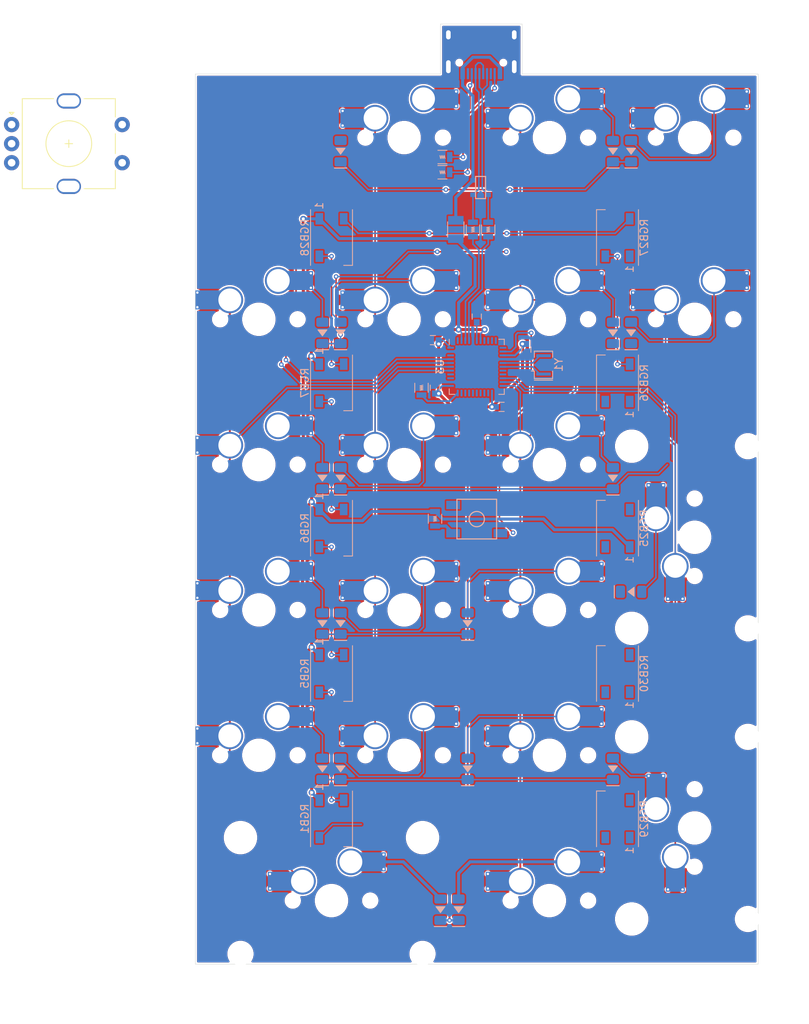
<source format=kicad_pcb>
(kicad_pcb (version 20171130) (host pcbnew "(5.1.11)-1")
  (layers (0 F.Cu signal) (31 B.Cu signal) (34 B.Paste user) (35 F.Paste user) (36 B.SilkS user) (37 F.SilkS user) (38 B.Mask user) (39 F.Mask user) (44 Edge.Cuts user))
  (net 0 "")
  (net 1 "Net-(D1-Pad2)")
  (net 2 "Net-(D2-Pad2)")
  (net 3 "Net-(D3-Pad2)")
  (net 4 "Net-(D4-Pad2)")
  (net 5 "Net-(D5-Pad2)")
  (net 6 "Net-(D6-Pad2)")
  (net 7 "Net-(D7-Pad2)")
  (net 8 "Net-(D8-Pad2)")
  (net 9 "Net-(D9-Pad2)")
  (net 10 "Net-(D10-Pad2)")
  (net 11 "Net-(D11-Pad2)")
  (net 12 "Net-(D12-Pad2)")
  (net 13 "Net-(D13-Pad2)")
  (net 14 "Net-(D14-Pad2)")
  (net 15 "Net-(D17-Pad2)")
  (net 16 "Net-(D19-Pad2)")
  (net 17 "Net-(D20-Pad2)")
  (net 18 "Net-(D21-Pad2)")
  (net 19 "Net-(D22-Pad2)")
  (net 20 "Net-(RGB1-Pad2)")
  (net 21 +5V)
  (net 22 GND)
  (net 23 "Net-(RGB5-Pad2)")
  (net 24 "Net-(RGB6-Pad2)")
  (net 25 "Net-(RGB25-Pad2)")
  (net 26 "Net-(RGB25-Pad4)")
  (net 27 "Net-(RGB26-Pad4)")
  (net 28 "Net-(RGB27-Pad4)")
  (net 29 "Net-(RGB28-Pad4)")
  (net 30 "Net-(RGB29-Pad4)")
  (net 31 "Net-(C6-Pad1)")
  (net 32 VCC)
  (net 33 "Net-(R1-Pad2)")
  (net 34 "Net-(R2-Pad2)")
  (net 35 DG+)
  (net 36 D+)
  (net 37 DG-)
  (net 38 D-)
  (net 39 RST)
  (net 40 "Net-(R6-Pad2)")
  (net 41 MISO)
  (net 42 MOSI)
  (net 43 SCK)
  (net 44 "Net-(U3-Pad17)")
  (net 45 "Net-(U3-Pad16)")
  (net 46 "Net-(D8-Pad1)")
  (net 47 "Net-(RGB29-Pad2)")
  (net 48 "Net-(SW1-PadS1)")
  (net 49 "Net-(SW1-PadS2)")
  (net 50 "Net-(SW1-PadB)")
  (net 51 "Net-(SW1-PadC)")
  (net 52 "Net-(SW1-PadA)")
  (net 53 "Net-(U3-Pad1)")
  (net 54 "Net-(U3-Pad8)")
  (net 55 "Net-(U3-Pad12)")
  (net 56 "Net-(U3-Pad18)")
  (net 57 "Net-(U3-Pad19)")
  (net 58 "Net-(U3-Pad25)")
  (net 59 "Net-(U3-Pad26)")
  (net 60 "Net-(U3-Pad27)")
  (net 61 "Net-(U3-Pad28)")
  (net 62 "Net-(U3-Pad29)")
  (net 63 "Net-(U3-Pad30)")
  (net 64 "Net-(U3-Pad31)")
  (net 65 "Net-(U3-Pad32)")
  (net 66 "Net-(U3-Pad36)")
  (net 67 "Net-(U3-Pad37)")
  (net 68 "Net-(U3-Pad40)")
  (net 69 "Net-(U3-Pad41)")
  (net 70 "Net-(U3-Pad42)")
  (net 71 "Net-(USB1-Pad3)")
  (net 72 "Net-(USB1-Pad9)")
  (net 73 C1)
  (net 74 C2)
  (net 75 C3)
  (net 76 C0)
  (net 77 "Net-(D15-Pad2)")
  (net 78 "Net-(D15-Pad1)")
  (net 79 R4)
  (net 80 R0)
  (net 81 R1)
  (net 82 R2)
  (net 83 R3)
  (net 84 R5)
  (net 85 RGB)
  (net 86 /Atmega32U4/R2)
  (module sanproject-keyboard-part:DIODE_1206_SawnsProjects (layer B.Cu) (at 104.774735 96.44012)
    (fp_text reference D15)
    (fp_text value 1n4148W)
    (pad 1 smd roundrect (at -1.4 0) (size 1.2 1.6) (layers B.Cu B.Paste B.Mask) (roundrect_rratio 0.2) (net 78 "Net-(D15-Pad1)"))
    (pad 2 smd roundrect (at 1.4 0) (size 1.2 1.6) (layers B.Cu B.Paste B.Mask) (roundrect_rratio 0.2) (net 77 "Net-(D15-Pad2)"))
  )
  (module MX_Only_v4:MXOnly-1U-Hotswap-Sawns (layer F.Cu) (at 55.95911 60.72137)
    (fp_text reference MX5)
    (fp_text value 1U)
    (pad 1 thru_hole circle (at -8.0645 -3.4925) (size 0.5 0.5) (drill 0.3) (layers *.Cu *.Mask) (net 76 C0))
    (pad 2 smd rect (at 5.207 -5.08) (size 3.82 2.5) (layers B.Cu) (net 5 "Net-(D5-Pad2)"))
    (pad 1 smd rect (at -6.45 -2.54) (size 3.82 2.5) (layers B.Cu) (net 76 C0))
    (pad "" np_thru_hole circle (at 5.08 0 48.0996) (size 1.75 1.75) (drill 1.75) (layers *.Cu *.Mask))
    (pad "" np_thru_hole circle (at -5.08 0 48.0996) (size 1.75 1.75) (drill 1.75) (layers *.Cu *.Mask))
    (pad 1 thru_hole circle (at -3.81 -2.54) (size 3.5 3.5) (drill 3) (layers *.Cu *.Mask) (net 76 C0))
    (pad "" np_thru_hole circle (at 0 0) (size 3.9878 3.9878) (drill 3.9878) (layers *.Cu *.Mask))
    (pad 2 thru_hole circle (at 2.54 -5.08) (size 3.5 3.5) (drill 3) (layers *.Cu *.Mask) (net 5 "Net-(D5-Pad2)"))
    (pad 1 thru_hole circle (at -8.0645 -1.5875) (size 0.5 0.5) (drill 0.3) (layers *.Cu *.Mask) (net 76 C0))
    (pad 2 thru_hole circle (at 6.8215 -4.1275) (size 0.5 0.5) (drill 0.3) (layers *.Cu *.Mask) (net 5 "Net-(D5-Pad2)"))
    (pad 2 thru_hole circle (at 6.8215 -6.0325) (size 0.5 0.5) (drill 0.3) (layers *.Cu *.Mask) (net 5 "Net-(D5-Pad2)"))
  )
  (module Crystal:Resonator_SMD_muRata_CSTxExxV-3Pin_3.0x1.1mm (layer B.Cu) (at 93.28411 66.702952 90)
    (fp_text reference Y1 (at 0 2 90) (layer B.SilkS) (effects (justify mirror)))
    (fp_text value CSTCE16Mxx)
    (pad 3 smd rect (at 1.2 0 90) (size 0.4 1.9) (layers B.Cu B.Paste B.Mask) (net 45 "Net-(U3-Pad16)"))
    (pad 2 smd rect (at 0 0 90) (size 0.4 1.9) (layers B.Cu B.Paste B.Mask) (net 22 GND))
    (pad 1 smd rect (at -1.2 0 90) (size 0.4 1.9) (layers B.Cu B.Paste B.Mask) (net 44 "Net-(U3-Pad17)"))
  )
  (module sanproject-keyboard-part:HRO-TYPE-C-31-M-12-Assembly (layer B.Cu) (at 85.129479 20.835435)
    (fp_text reference USB1)
    (fp_text value HRO-TYPE-C-31-M-12)
    (pad 12 smd rect (at 3.225 7.695) (size 0.6 1.45) (layers B.Cu B.Paste B.Mask) (net 22 GND))
    (pad 1 smd rect (at -3.225 7.695) (size 0.6 1.45) (layers B.Cu B.Paste B.Mask) (net 22 GND))
    (pad 11 smd rect (at 2.45 7.695) (size 0.6 1.45) (layers B.Cu B.Paste B.Mask) (net 32 VCC))
    (pad 2 smd rect (at -2.45 7.695) (size 0.6 1.45) (layers B.Cu B.Paste B.Mask) (net 32 VCC))
    (pad 3 smd rect (at -1.75 7.695) (size 0.3 1.45) (layers B.Cu B.Paste B.Mask) (net 71 "Net-(USB1-Pad3)"))
    (pad 10 smd rect (at 1.75 7.695) (size 0.3 1.45) (layers B.Cu B.Paste B.Mask) (net 34 "Net-(R2-Pad2)"))
    (pad 4 smd rect (at -1.25 7.695) (size 0.3 1.45) (layers B.Cu B.Paste B.Mask) (net 33 "Net-(R1-Pad2)"))
    (pad 9 smd rect (at 1.25 7.695) (size 0.3 1.45) (layers B.Cu B.Paste B.Mask) (net 72 "Net-(USB1-Pad9)"))
    (pad 5 smd rect (at -0.75 7.695) (size 0.3 1.45) (layers B.Cu B.Paste B.Mask) (net 37 DG-))
    (pad 8 smd rect (at 0.75 7.695) (size 0.3 1.45) (layers B.Cu B.Paste B.Mask) (net 35 DG+))
    (pad 7 smd rect (at 0.25 7.695) (size 0.3 1.45) (layers B.Cu B.Paste B.Mask) (net 37 DG-))
    (pad 6 smd rect (at -0.25 7.695) (size 0.3 1.45) (layers B.Cu B.Paste B.Mask) (net 35 DG+))
    (pad "" np_thru_hole circle (at 2.89 6.25) (size 0.65 0.65) (drill 0.65) (layers *.Cu *.Mask))
    (pad "" np_thru_hole circle (at -2.89 6.25) (size 0.65 0.65) (drill 0.65) (layers *.Cu *.Mask))
    (pad 13 thru_hole oval (at -4.32 6.78) (size 1 2.1) (drill oval 0.6 1.7) (layers *.Cu *.Mask) (net 22 GND))
    (pad 13 thru_hole oval (at 4.32 6.78) (size 1 2.1) (drill oval 0.6 1.7) (layers *.Cu *.Mask) (net 22 GND))
    (pad 13 thru_hole oval (at -4.32 2.6) (size 1 1.6) (drill oval 0.6 1.2) (layers *.Cu *.Mask) (net 22 GND))
    (pad 13 thru_hole oval (at 4.32 2.6) (size 1 1.6) (drill oval 0.6 1.2) (layers *.Cu *.Mask) (net 22 GND))
  )
  (module Package_DFN_QFN:QFN-44-1EP_7x7mm_P0.5mm_EP5.15x5.15mm (layer B.Cu) (at 84.53411 66.952952 270)
    (fp_text reference U3 (at 0 4.82 90) (layer B.SilkS) (effects (justify mirror)))
    (fp_text value ATmega32U4-MU)
    (pad 1 smd roundrect (at -3.4375 2.5 270) (size 0.875 0.25) (layers B.Cu B.Paste B.Mask) (net 53 "Net-(U3-Pad1)"))
    (pad 2 smd roundrect (at -3.4375 2 270) (size 0.875 0.25) (layers B.Cu B.Paste B.Mask) (net 21 +5V))
    (pad 3 smd roundrect (at -3.4375 1.5 270) (size 0.875 0.25) (layers B.Cu B.Paste B.Mask) (net 38 D-))
    (pad 4 smd roundrect (at -3.4375 1 270) (size 0.875 0.25) (layers B.Cu B.Paste B.Mask) (net 36 D+))
    (pad 5 smd roundrect (at -3.4375 0.5 270) (size 0.875 0.25) (layers B.Cu B.Paste B.Mask) (net 22 GND))
    (pad 6 smd roundrect (at -3.4375 0 270) (size 0.875 0.25) (layers B.Cu B.Paste B.Mask) (net 31 "Net-(C6-Pad1)"))
    (pad 7 smd roundrect (at -3.4375 -0.5 270) (size 0.875 0.25) (layers B.Cu B.Paste B.Mask) (net 21 +5V))
    (pad 8 smd roundrect (at -3.4375 -1 270) (size 0.875 0.25) (layers B.Cu B.Paste B.Mask) (net 54 "Net-(U3-Pad8)"))
    (pad 9 smd roundrect (at -3.4375 -1.5 270) (size 0.875 0.25) (layers B.Cu B.Paste B.Mask) (net 43 SCK))
    (pad 10 smd roundrect (at -3.4375 -2 270) (size 0.875 0.25) (layers B.Cu B.Paste B.Mask) (net 42 MOSI))
    (pad 11 smd roundrect (at -3.4375 -2.5 270) (size 0.875 0.25) (layers B.Cu B.Paste B.Mask) (net 41 MISO))
    (pad 12 smd roundrect (at -2.5 -3.4375 270) (size 0.25 0.875) (layers B.Cu B.Paste B.Mask) (net 55 "Net-(U3-Pad12)"))
    (pad 13 smd roundrect (at -2 -3.4375 270) (size 0.25 0.875) (layers B.Cu B.Paste B.Mask) (net 39 RST))
    (pad 14 smd roundrect (at -1.5 -3.4375 270) (size 0.25 0.875) (layers B.Cu B.Paste B.Mask) (net 21 +5V))
    (pad 15 smd roundrect (at -1 -3.4375 270) (size 0.25 0.875) (layers B.Cu B.Paste B.Mask) (net 22 GND))
    (pad 16 smd roundrect (at -0.5 -3.4375 270) (size 0.25 0.875) (layers B.Cu B.Paste B.Mask) (net 45 "Net-(U3-Pad16)"))
    (pad 17 smd roundrect (at 0 -3.4375 270) (size 0.25 0.875) (layers B.Cu B.Paste B.Mask) (net 44 "Net-(U3-Pad17)"))
    (pad 18 smd roundrect (at 0.5 -3.4375 270) (size 0.25 0.875) (layers B.Cu B.Paste B.Mask) (net 56 "Net-(U3-Pad18)"))
    (pad 19 smd roundrect (at 1 -3.4375 270) (size 0.25 0.875) (layers B.Cu B.Paste B.Mask) (net 57 "Net-(U3-Pad19)"))
    (pad 20 smd roundrect (at 1.5 -3.4375 270) (size 0.25 0.875) (layers B.Cu B.Paste B.Mask) (net 75 C3))
    (pad 21 smd roundrect (at 2 -3.4375 270) (size 0.25 0.875) (layers B.Cu B.Paste B.Mask) (net 86 /Atmega32U4/R2))
    (pad 22 smd roundrect (at 2.5 -3.4375 270) (size 0.25 0.875) (layers B.Cu B.Paste B.Mask) (net 74 C2))
    (pad 23 smd roundrect (at 3.4375 -2.5 270) (size 0.875 0.25) (layers B.Cu B.Paste B.Mask) (net 22 GND))
    (pad 24 smd roundrect (at 3.4375 -2 270) (size 0.875 0.25) (layers B.Cu B.Paste B.Mask) (net 21 +5V))
    (pad 25 smd roundrect (at 3.4375 -1.5 270) (size 0.875 0.25) (layers B.Cu B.Paste B.Mask) (net 58 "Net-(U3-Pad25)"))
    (pad 26 smd roundrect (at 3.4375 -1 270) (size 0.875 0.25) (layers B.Cu B.Paste B.Mask) (net 59 "Net-(U3-Pad26)"))
    (pad 27 smd roundrect (at 3.4375 -0.5 270) (size 0.875 0.25) (layers B.Cu B.Paste B.Mask) (net 60 "Net-(U3-Pad27)"))
    (pad 28 smd roundrect (at 3.4375 0 270) (size 0.875 0.25) (layers B.Cu B.Paste B.Mask) (net 61 "Net-(U3-Pad28)"))
    (pad 29 smd roundrect (at 3.4375 0.5 270) (size 0.875 0.25) (layers B.Cu B.Paste B.Mask) (net 62 "Net-(U3-Pad29)"))
    (pad 30 smd roundrect (at 3.4375 1 270) (size 0.875 0.25) (layers B.Cu B.Paste B.Mask) (net 63 "Net-(U3-Pad30)"))
    (pad 31 smd roundrect (at 3.4375 1.5 270) (size 0.875 0.25) (layers B.Cu B.Paste B.Mask) (net 64 "Net-(U3-Pad31)"))
    (pad 32 smd roundrect (at 3.4375 2 270) (size 0.875 0.25) (layers B.Cu B.Paste B.Mask) (net 65 "Net-(U3-Pad32)"))
    (pad 33 smd roundrect (at 3.4375 2.5 270) (size 0.875 0.25) (layers B.Cu B.Paste B.Mask) (net 40 "Net-(R6-Pad2)"))
    (pad 34 smd roundrect (at 2.5 3.4375 270) (size 0.25 0.875) (layers B.Cu B.Paste B.Mask) (net 21 +5V))
    (pad 35 smd roundrect (at 2 3.4375 270) (size 0.25 0.875) (layers B.Cu B.Paste B.Mask) (net 22 GND))
    (pad 36 smd roundrect (at 1.5 3.4375 270) (size 0.25 0.875) (layers B.Cu B.Paste B.Mask) (net 66 "Net-(U3-Pad36)"))
    (pad 37 smd roundrect (at 1 3.4375 270) (size 0.25 0.875) (layers B.Cu B.Paste B.Mask) (net 67 "Net-(U3-Pad37)"))
    (pad 38 smd roundrect (at 0.5 3.4375 270) (size 0.25 0.875) (layers B.Cu B.Paste B.Mask) (net 73 C1))
    (pad 39 smd roundrect (at 0 3.4375 270) (size 0.25 0.875) (layers B.Cu B.Paste B.Mask) (net 76 C0))
    (pad 40 smd roundrect (at -0.5 3.4375 270) (size 0.25 0.875) (layers B.Cu B.Paste B.Mask) (net 68 "Net-(U3-Pad40)"))
    (pad 41 smd roundrect (at -1 3.4375 270) (size 0.25 0.875) (layers B.Cu B.Paste B.Mask) (net 69 "Net-(U3-Pad41)"))
    (pad 42 smd roundrect (at -1.5 3.4375 270) (size 0.25 0.875) (layers B.Cu B.Paste B.Mask) (net 70 "Net-(U3-Pad42)"))
    (pad 43 smd roundrect (at -2 3.4375 270) (size 0.25 0.875) (layers B.Cu B.Paste B.Mask) (net 22 GND))
    (pad 44 smd roundrect (at -2.5 3.4375 270) (size 0.25 0.875) (layers B.Cu B.Paste B.Mask) (net 21 +5V))
    (pad 45 smd rect (at 0 0 270) (size 5.15 5.15) (layers B.Cu B.Mask) (net 22 GND))
  )
  (module sanproject-keyboard-part:SOT143B (layer B.Cu) (at 85.03411 43.452952 180)
    (fp_text reference U2)
    (fp_text value PRTR5V0U2X)
    (pad 1 smd rect (at -1 0.75 270) (size 1 0.7) (layers B.Cu B.Paste B.Mask) (net 22 GND))
    (pad 4 smd rect (at 1 0.95 270) (size 0.6 0.7) (layers B.Cu B.Paste B.Mask) (net 32 VCC))
    (pad 2 smd rect (at -1 -0.95 270) (size 0.6 0.7) (layers B.Cu B.Paste B.Mask) (net 35 DG+))
    (pad 3 smd rect (at 1 -0.95 270) (size 0.6 0.7) (layers B.Cu B.Paste B.Mask) (net 37 DG-))
  )
  (module sanproject-keyboard-part:SKQG-1155865 (layer B.Cu) (at 84.53411 86.91512)
    (fp_text reference SW2)
    (fp_text value SW_Push)
    (pad 4 smd rect (at -3.1 -1.85) (size 1.8 1.1) (layers B.Cu B.Paste B.Mask))
    (pad 3 smd rect (at 3.1 1.85) (size 1.8 1.1) (layers B.Cu B.Paste B.Mask))
    (pad 2 smd rect (at -3.1 1.85) (size 1.8 1.1) (layers B.Cu B.Paste B.Mask) (net 39 RST))
    (pad 1 smd rect (at 3.1 -1.85) (size 1.8 1.1) (layers B.Cu B.Paste B.Mask) (net 22 GND))
  )
  (module sanproject-keyboard-part:RotaryEncoder_Alps_EC11E-Switch_Vertical_H20mm_Center (layer F.Cu) (at 31.03411 37.702952)
    (fp_text reference SW1)
    (fp_text value EC11)
    (pad S1 thru_hole circle (at 7 2.5) (size 2 2) (drill 1) (layers *.Cu *.Mask) (net 48 "Net-(SW1-PadS1)"))
    (pad S2 thru_hole circle (at 7 -2.5) (size 2 2) (drill 1) (layers *.Cu *.Mask) (net 49 "Net-(SW1-PadS2)"))
    (pad MP thru_hole oval (at 0 5.6) (size 3.2 2) (drill oval 2.8 1.5) (layers *.Cu *.Mask))
    (pad MP thru_hole oval (at 0 -5.6) (size 3.2 2) (drill oval 2.8 1.5) (layers *.Cu *.Mask))
    (pad B thru_hole circle (at -7.5 2.5) (size 2 2) (drill 1) (layers *.Cu *.Mask) (net 50 "Net-(SW1-PadB)"))
    (pad C thru_hole circle (at -7.5 0) (size 2 2) (drill 1) (layers *.Cu *.Mask) (net 51 "Net-(SW1-PadC)"))
    (pad A thru_hole circle (at -7.5 -2.5) (size 2 2) (drill 1) (layers *.Cu *.Mask) (net 52 "Net-(SW1-PadA)"))
  )
  (module LED_SMD:LED_WS2812B_PLCC4_5.0x5.0mm_P3.2mm (layer B.Cu) (at 102.988837 107.15582 90)
    (fp_text reference RGB30 (at 0 3.5 90) (layer B.SilkS) (effects (justify mirror)))
    (fp_text value WS2812B)
    (fp_text user 1 (at -4.15 1.6 90) (layer B.SilkS) (effects (justify mirror)))
    (pad 1 smd rect (at -2.45 1.6 90) (size 1.5 1) (layers B.Cu B.Paste B.Mask) (net 21 +5V))
    (pad 2 smd rect (at -2.45 -1.6 90) (size 1.5 1) (layers B.Cu B.Paste B.Mask) (net 30 "Net-(RGB29-Pad4)"))
    (pad 4 smd rect (at 2.45 1.6 90) (size 1.5 1) (layers B.Cu B.Paste B.Mask) (net 25 "Net-(RGB25-Pad2)"))
    (pad 3 smd rect (at 2.45 -1.6 90) (size 1.5 1) (layers B.Cu B.Paste B.Mask) (net 22 GND))
  )
  (module LED_SMD:LED_WS2812B_PLCC4_5.0x5.0mm_P3.2mm (layer B.Cu) (at 102.988837 126.20582 90)
    (fp_text reference RGB29 (at 0 3.5 90) (layer B.SilkS) (effects (justify mirror)))
    (fp_text value WS2812B)
    (fp_text user 1 (at -4.15 1.6 90) (layer B.SilkS) (effects (justify mirror)))
    (pad 1 smd rect (at -2.45 1.6 90) (size 1.5 1) (layers B.Cu B.Paste B.Mask) (net 21 +5V))
    (pad 2 smd rect (at -2.45 -1.6 90) (size 1.5 1) (layers B.Cu B.Paste B.Mask) (net 47 "Net-(RGB29-Pad2)"))
    (pad 4 smd rect (at 2.45 1.6 90) (size 1.5 1) (layers B.Cu B.Paste B.Mask) (net 30 "Net-(RGB29-Pad4)"))
    (pad 3 smd rect (at 2.45 -1.6 90) (size 1.5 1) (layers B.Cu B.Paste B.Mask) (net 22 GND))
  )
  (module LED_SMD:LED_WS2812B_PLCC4_5.0x5.0mm_P3.2mm (layer B.Cu) (at 65.48415 50.00582 270)
    (fp_text reference RGB28 (at 0 3.5 90) (layer B.SilkS) (effects (justify mirror)))
    (fp_text value WS2812B)
    (fp_text user 1 (at -4.15 1.6 90) (layer B.SilkS) (effects (justify mirror)))
    (pad 1 smd rect (at -2.45 1.6 270) (size 1.5 1) (layers B.Cu B.Paste B.Mask) (net 21 +5V))
    (pad 2 smd rect (at -2.45 -1.6 270) (size 1.5 1) (layers B.Cu B.Paste B.Mask) (net 28 "Net-(RGB27-Pad4)"))
    (pad 4 smd rect (at 2.45 1.6 270) (size 1.5 1) (layers B.Cu B.Paste B.Mask) (net 29 "Net-(RGB28-Pad4)"))
    (pad 3 smd rect (at 2.45 -1.6 270) (size 1.5 1) (layers B.Cu B.Paste B.Mask) (net 22 GND))
  )
  (module LED_SMD:LED_WS2812B_PLCC4_5.0x5.0mm_P3.2mm (layer B.Cu) (at 102.988837 50.00582 90)
    (fp_text reference RGB27 (at 0 3.5 90) (layer B.SilkS) (effects (justify mirror)))
    (fp_text value WS2812B)
    (fp_text user 1 (at -4.15 1.6 90) (layer B.SilkS) (effects (justify mirror)))
    (pad 1 smd rect (at -2.45 1.6 90) (size 1.5 1) (layers B.Cu B.Paste B.Mask) (net 21 +5V))
    (pad 2 smd rect (at -2.45 -1.6 90) (size 1.5 1) (layers B.Cu B.Paste B.Mask) (net 27 "Net-(RGB26-Pad4)"))
    (pad 4 smd rect (at 2.45 1.6 90) (size 1.5 1) (layers B.Cu B.Paste B.Mask) (net 28 "Net-(RGB27-Pad4)"))
    (pad 3 smd rect (at 2.45 -1.6 90) (size 1.5 1) (layers B.Cu B.Paste B.Mask) (net 22 GND))
  )
  (module LED_SMD:LED_WS2812B_PLCC4_5.0x5.0mm_P3.2mm (layer B.Cu) (at 102.988837 69.05582 90)
    (fp_text reference RGB26 (at 0 3.5 90) (layer B.SilkS) (effects (justify mirror)))
    (fp_text value WS2812B)
    (fp_text user 1 (at -4.15 1.6 90) (layer B.SilkS) (effects (justify mirror)))
    (pad 1 smd rect (at -2.45 1.6 90) (size 1.5 1) (layers B.Cu B.Paste B.Mask) (net 21 +5V))
    (pad 2 smd rect (at -2.45 -1.6 90) (size 1.5 1) (layers B.Cu B.Paste B.Mask) (net 26 "Net-(RGB25-Pad4)"))
    (pad 4 smd rect (at 2.45 1.6 90) (size 1.5 1) (layers B.Cu B.Paste B.Mask) (net 27 "Net-(RGB26-Pad4)"))
    (pad 3 smd rect (at 2.45 -1.6 90) (size 1.5 1) (layers B.Cu B.Paste B.Mask) (net 22 GND))
  )
  (module LED_SMD:LED_WS2812B_PLCC4_5.0x5.0mm_P3.2mm (layer B.Cu) (at 102.988837 88.10582 90)
    (fp_text reference RGB25 (at 0 3.5 90) (layer B.SilkS) (effects (justify mirror)))
    (fp_text value WS2812B)
    (fp_text user 1 (at -4.15 1.6 90) (layer B.SilkS) (effects (justify mirror)))
    (pad 1 smd rect (at -2.45 1.6 90) (size 1.5 1) (layers B.Cu B.Paste B.Mask) (net 21 +5V))
    (pad 2 smd rect (at -2.45 -1.6 90) (size 1.5 1) (layers B.Cu B.Paste B.Mask) (net 25 "Net-(RGB25-Pad2)"))
    (pad 4 smd rect (at 2.45 1.6 90) (size 1.5 1) (layers B.Cu B.Paste B.Mask) (net 26 "Net-(RGB25-Pad4)"))
    (pad 3 smd rect (at 2.45 -1.6 90) (size 1.5 1) (layers B.Cu B.Paste B.Mask) (net 22 GND))
  )
  (module LED_SMD:LED_WS2812B_PLCC4_5.0x5.0mm_P3.2mm (layer B.Cu) (at 65.48415 69.05582 270)
    (fp_text reference RGB7 (at 0 3.5 90) (layer B.SilkS) (effects (justify mirror)))
    (fp_text value WS2812B)
    (fp_text user 1 (at -4.15 1.6 90) (layer B.SilkS) (effects (justify mirror)))
    (pad 1 smd rect (at -2.45 1.6 270) (size 1.5 1) (layers B.Cu B.Paste B.Mask) (net 21 +5V))
    (pad 2 smd rect (at -2.45 -1.6 270) (size 1.5 1) (layers B.Cu B.Paste B.Mask) (net 29 "Net-(RGB28-Pad4)"))
    (pad 4 smd rect (at 2.45 1.6 270) (size 1.5 1) (layers B.Cu B.Paste B.Mask) (net 24 "Net-(RGB6-Pad2)"))
    (pad 3 smd rect (at 2.45 -1.6 270) (size 1.5 1) (layers B.Cu B.Paste B.Mask) (net 22 GND))
  )
  (module LED_SMD:LED_WS2812B_PLCC4_5.0x5.0mm_P3.2mm (layer B.Cu) (at 65.48415 88.10582 270)
    (fp_text reference RGB6 (at 0 3.5 90) (layer B.SilkS) (effects (justify mirror)))
    (fp_text value WS2812B)
    (fp_text user 1 (at -4.15 1.6 90) (layer B.SilkS) (effects (justify mirror)))
    (pad 1 smd rect (at -2.45 1.6 270) (size 1.5 1) (layers B.Cu B.Paste B.Mask) (net 21 +5V))
    (pad 2 smd rect (at -2.45 -1.6 270) (size 1.5 1) (layers B.Cu B.Paste B.Mask) (net 24 "Net-(RGB6-Pad2)"))
    (pad 4 smd rect (at 2.45 1.6 270) (size 1.5 1) (layers B.Cu B.Paste B.Mask) (net 23 "Net-(RGB5-Pad2)"))
    (pad 3 smd rect (at 2.45 -1.6 270) (size 1.5 1) (layers B.Cu B.Paste B.Mask) (net 22 GND))
  )
  (module LED_SMD:LED_WS2812B_PLCC4_5.0x5.0mm_P3.2mm (layer B.Cu) (at 65.48415 107.15582 270)
    (fp_text reference RGB5 (at 0 3.5 90) (layer B.SilkS) (effects (justify mirror)))
    (fp_text value WS2812B)
    (fp_text user 1 (at -4.15 1.6 90) (layer B.SilkS) (effects (justify mirror)))
    (pad 1 smd rect (at -2.45 1.6 270) (size 1.5 1) (layers B.Cu B.Paste B.Mask) (net 21 +5V))
    (pad 2 smd rect (at -2.45 -1.6 270) (size 1.5 1) (layers B.Cu B.Paste B.Mask) (net 23 "Net-(RGB5-Pad2)"))
    (pad 4 smd rect (at 2.45 1.6 270) (size 1.5 1) (layers B.Cu B.Paste B.Mask) (net 20 "Net-(RGB1-Pad2)"))
    (pad 3 smd rect (at 2.45 -1.6 270) (size 1.5 1) (layers B.Cu B.Paste B.Mask) (net 22 GND))
  )
  (module LED_SMD:LED_WS2812B_PLCC4_5.0x5.0mm_P3.2mm (layer B.Cu) (at 65.48415 126.205836 270)
    (fp_text reference RGB1 (at 0 3.5 90) (layer B.SilkS) (effects (justify mirror)))
    (fp_text value WS2812B)
    (fp_text user 1 (at -4.15 1.6 90) (layer B.SilkS) (effects (justify mirror)))
    (pad 1 smd rect (at -2.45 1.6 270) (size 1.5 1) (layers B.Cu B.Paste B.Mask) (net 21 +5V))
    (pad 2 smd rect (at -2.45 -1.6 270) (size 1.5 1) (layers B.Cu B.Paste B.Mask) (net 20 "Net-(RGB1-Pad2)"))
    (pad 4 smd rect (at 2.45 1.6 270) (size 1.5 1) (layers B.Cu B.Paste B.Mask) (net 85 RGB))
    (pad 3 smd rect (at 2.45 -1.6 270) (size 1.5 1) (layers B.Cu B.Paste B.Mask) (net 22 GND))
  )
  (module sanproject-keyboard-part:R_0805 (layer B.Cu) (at 77.28411 69.702952 270)
    (fp_text reference R6)
    (fp_text value 1k)
    (pad 1 smd rect (at -0.95 0 270) (size 0.7 1.3) (layers B.Cu B.Paste B.Mask) (net 22 GND))
    (pad 2 smd rect (at 0.95 0 270) (size 0.7 1.3) (layers B.Cu B.Paste B.Mask) (net 40 "Net-(R6-Pad2)"))
  )
  (module sanproject-keyboard-part:R_0805 (layer B.Cu) (at 79.05911 86.87137 270)
    (fp_text reference R5)
    (fp_text value 10k)
    (pad 2 smd rect (at 0.95 0 270) (size 0.7 1.3) (layers B.Cu B.Paste B.Mask) (net 39 RST))
    (pad 1 smd rect (at -0.95 0 270) (size 0.7 1.3) (layers B.Cu B.Paste B.Mask) (net 21 +5V))
  )
  (module sanproject-keyboard-part:R_0805 (layer B.Cu) (at 84.03411 48.952952 90)
    (fp_text reference R4)
    (fp_text value 22)
    (pad 2 smd rect (at 0.95 0 90) (size 0.7 1.3) (layers B.Cu B.Paste B.Mask) (net 37 DG-))
    (pad 1 smd rect (at -0.95 0 90) (size 0.7 1.3) (layers B.Cu B.Paste B.Mask) (net 38 D-))
  )
  (module sanproject-keyboard-part:R_0805 (layer B.Cu) (at 86.03411 48.952952 90)
    (fp_text reference R3)
    (fp_text value 22)
    (pad 2 smd rect (at 0.95 0 90) (size 0.7 1.3) (layers B.Cu B.Paste B.Mask) (net 35 DG+))
    (pad 1 smd rect (at -0.95 0 90) (size 0.7 1.3) (layers B.Cu B.Paste B.Mask) (net 36 D+))
  )
  (module sanproject-keyboard-part:R_0805 (layer B.Cu) (at 80.03411 41.452952)
    (fp_text reference R2)
    (fp_text value 5.1k)
    (pad 2 smd rect (at 0.95 0) (size 0.7 1.3) (layers B.Cu B.Paste B.Mask) (net 34 "Net-(R2-Pad2)"))
    (pad 1 smd rect (at -0.95 0) (size 0.7 1.3) (layers B.Cu B.Paste B.Mask) (net 22 GND))
  )
  (module sanproject-keyboard-part:R_0805 (layer B.Cu) (at 80.03411 39.452952)
    (fp_text reference R1)
    (fp_text value 5.1k)
    (pad 2 smd rect (at 0.95 0) (size 0.7 1.3) (layers B.Cu B.Paste B.Mask) (net 33 "Net-(R1-Pad2)"))
    (pad 1 smd rect (at -0.95 0) (size 0.7 1.3) (layers B.Cu B.Paste B.Mask) (net 22 GND))
  )
  (module MX_Only_v4:MXOnly-1U-Hotswap-Sawns (layer F.Cu) (at 94.05911 136.92137)
    (fp_text reference MX22)
    (fp_text value 1U)
    (pad 1 thru_hole circle (at -8.0645 -3.4925) (size 0.5 0.5) (drill 0.3) (layers *.Cu *.Mask) (net 74 C2))
    (pad 2 smd rect (at 5.207 -5.08) (size 3.82 2.5) (layers B.Cu) (net 19 "Net-(D22-Pad2)"))
    (pad 1 smd rect (at -6.45 -2.54) (size 3.82 2.5) (layers B.Cu) (net 74 C2))
    (pad "" np_thru_hole circle (at 5.08 0 48.0996) (size 1.75 1.75) (drill 1.75) (layers *.Cu *.Mask))
    (pad "" np_thru_hole circle (at -5.08 0 48.0996) (size 1.75 1.75) (drill 1.75) (layers *.Cu *.Mask))
    (pad 1 thru_hole circle (at -3.81 -2.54) (size 3.5 3.5) (drill 3) (layers *.Cu *.Mask) (net 74 C2))
    (pad "" np_thru_hole circle (at 0 0) (size 3.9878 3.9878) (drill 3.9878) (layers *.Cu *.Mask))
    (pad 2 thru_hole circle (at 2.54 -5.08) (size 3.5 3.5) (drill 3) (layers *.Cu *.Mask) (net 19 "Net-(D22-Pad2)"))
    (pad 1 thru_hole circle (at -8.0645 -1.5875) (size 0.5 0.5) (drill 0.3) (layers *.Cu *.Mask) (net 74 C2))
    (pad 2 thru_hole circle (at 6.8215 -4.1275) (size 0.5 0.5) (drill 0.3) (layers *.Cu *.Mask) (net 19 "Net-(D22-Pad2)"))
    (pad 2 thru_hole circle (at 6.8215 -6.0325) (size 0.5 0.5) (drill 0.3) (layers *.Cu *.Mask) (net 19 "Net-(D22-Pad2)"))
  )
  (module MX_Only_v4:MXOnly-1U-Hotswap-Sawns (layer F.Cu) (at 94.05911 117.87137)
    (fp_text reference MX21)
    (fp_text value 1U)
    (pad 1 thru_hole circle (at -8.0645 -3.4925) (size 0.5 0.5) (drill 0.3) (layers *.Cu *.Mask) (net 74 C2))
    (pad 2 smd rect (at 5.207 -5.08) (size 3.82 2.5) (layers B.Cu) (net 18 "Net-(D21-Pad2)"))
    (pad 1 smd rect (at -6.45 -2.54) (size 3.82 2.5) (layers B.Cu) (net 74 C2))
    (pad "" np_thru_hole circle (at 5.08 0 48.0996) (size 1.75 1.75) (drill 1.75) (layers *.Cu *.Mask))
    (pad "" np_thru_hole circle (at -5.08 0 48.0996) (size 1.75 1.75) (drill 1.75) (layers *.Cu *.Mask))
    (pad 1 thru_hole circle (at -3.81 -2.54) (size 3.5 3.5) (drill 3) (layers *.Cu *.Mask) (net 74 C2))
    (pad "" np_thru_hole circle (at 0 0) (size 3.9878 3.9878) (drill 3.9878) (layers *.Cu *.Mask))
    (pad 2 thru_hole circle (at 2.54 -5.08) (size 3.5 3.5) (drill 3) (layers *.Cu *.Mask) (net 18 "Net-(D21-Pad2)"))
    (pad 1 thru_hole circle (at -8.0645 -1.5875) (size 0.5 0.5) (drill 0.3) (layers *.Cu *.Mask) (net 74 C2))
    (pad 2 thru_hole circle (at 6.8215 -4.1275) (size 0.5 0.5) (drill 0.3) (layers *.Cu *.Mask) (net 18 "Net-(D21-Pad2)"))
    (pad 2 thru_hole circle (at 6.8215 -6.0325) (size 0.5 0.5) (drill 0.3) (layers *.Cu *.Mask) (net 18 "Net-(D21-Pad2)"))
  )
  (module MX_Only_v4:MXOnly-2U-Hotswap-ReversedStabilizers-Sawns (layer F.Cu) (at 65.48411 136.92137)
    (fp_text reference MX20)
    (fp_text value 2U)
    (pad "" np_thru_hole circle (at 0 0) (size 3.9878 3.9878) (drill 3.9878) (layers *.Cu *.Mask))
    (pad 1 thru_hole circle (at -3.81 -2.54) (size 3.5 3.5) (drill 3) (layers *.Cu *.Mask) (net 76 C0))
    (pad 1 thru_hole circle (at -8.0645 -1.5875) (size 0.5 0.5) (drill 0.3) (layers *.Cu *.Mask) (net 76 C0))
    (pad 2 smd rect (at 5.207 -5.08) (size 3.82 2.5) (layers B.Cu) (net 17 "Net-(D20-Pad2)"))
    (pad 2 thru_hole circle (at 6.8215 -4.1275) (size 0.5 0.5) (drill 0.3) (layers *.Cu *.Mask) (net 17 "Net-(D20-Pad2)"))
    (pad 2 thru_hole circle (at 6.8215 -6.0325) (size 0.5 0.5) (drill 0.3) (layers *.Cu *.Mask) (net 17 "Net-(D20-Pad2)"))
    (pad 2 thru_hole circle (at 2.54 -5.08) (size 3.5 3.5) (drill 3) (layers *.Cu *.Mask) (net 17 "Net-(D20-Pad2)"))
    (pad "" np_thru_hole circle (at -5.08 0 48.0996) (size 1.75 1.75) (drill 1.75) (layers *.Cu *.Mask))
    (pad "" np_thru_hole circle (at 5.08 0 48.0996) (size 1.75 1.75) (drill 1.75) (layers *.Cu *.Mask))
    (pad 1 smd rect (at -6.45 -2.54) (size 3.82 2.5) (layers B.Cu) (net 76 C0))
    (pad 1 thru_hole circle (at -8.0645 -3.4925) (size 0.5 0.5) (drill 0.3) (layers *.Cu *.Mask) (net 76 C0))
    (pad "" np_thru_hole circle (at -11.938 -8.255) (size 3.9878 3.9878) (drill 3.9878) (layers *.Cu *.Mask))
    (pad "" np_thru_hole circle (at 11.938 -8.255) (size 3.9878 3.9878) (drill 3.9878) (layers *.Cu *.Mask))
    (pad "" np_thru_hole circle (at -11.938 6.985) (size 3.048 3.048) (drill 3.048) (layers *.Cu *.Mask))
    (pad "" np_thru_hole circle (at 11.938 6.985) (size 3.048 3.048) (drill 3.048) (layers *.Cu *.Mask))
  )
  (module MX_Only_v4:MXOnly-1U-Hotswap-Sawns (layer F.Cu) (at 75.00911 117.87137)
    (fp_text reference MX19)
    (fp_text value 1U)
    (pad 1 thru_hole circle (at -8.0645 -3.4925) (size 0.5 0.5) (drill 0.3) (layers *.Cu *.Mask) (net 73 C1))
    (pad 2 smd rect (at 5.207 -5.08) (size 3.82 2.5) (layers B.Cu) (net 16 "Net-(D19-Pad2)"))
    (pad 1 smd rect (at -6.45 -2.54) (size 3.82 2.5) (layers B.Cu) (net 73 C1))
    (pad "" np_thru_hole circle (at 5.08 0 48.0996) (size 1.75 1.75) (drill 1.75) (layers *.Cu *.Mask))
    (pad "" np_thru_hole circle (at -5.08 0 48.0996) (size 1.75 1.75) (drill 1.75) (layers *.Cu *.Mask))
    (pad 1 thru_hole circle (at -3.81 -2.54) (size 3.5 3.5) (drill 3) (layers *.Cu *.Mask) (net 73 C1))
    (pad "" np_thru_hole circle (at 0 0) (size 3.9878 3.9878) (drill 3.9878) (layers *.Cu *.Mask))
    (pad 2 thru_hole circle (at 2.54 -5.08) (size 3.5 3.5) (drill 3) (layers *.Cu *.Mask) (net 16 "Net-(D19-Pad2)"))
    (pad 1 thru_hole circle (at -8.0645 -1.5875) (size 0.5 0.5) (drill 0.3) (layers *.Cu *.Mask) (net 73 C1))
    (pad 2 thru_hole circle (at 6.8215 -4.1275) (size 0.5 0.5) (drill 0.3) (layers *.Cu *.Mask) (net 16 "Net-(D19-Pad2)"))
    (pad 2 thru_hole circle (at 6.8215 -6.0325) (size 0.5 0.5) (drill 0.3) (layers *.Cu *.Mask) (net 16 "Net-(D19-Pad2)"))
  )
  (module MX_Only_v4:MXOnly-1U-Hotswap-Sawns (layer F.Cu) (at 55.95911 117.87137)
    (fp_text reference MX17)
    (fp_text value 1U)
    (pad 1 thru_hole circle (at -8.0645 -3.4925) (size 0.5 0.5) (drill 0.3) (layers *.Cu *.Mask) (net 76 C0))
    (pad 2 smd rect (at 5.207 -5.08) (size 3.82 2.5) (layers B.Cu) (net 15 "Net-(D17-Pad2)"))
    (pad 1 smd rect (at -6.45 -2.54) (size 3.82 2.5) (layers B.Cu) (net 76 C0))
    (pad "" np_thru_hole circle (at 5.08 0 48.0996) (size 1.75 1.75) (drill 1.75) (layers *.Cu *.Mask))
    (pad "" np_thru_hole circle (at -5.08 0 48.0996) (size 1.75 1.75) (drill 1.75) (layers *.Cu *.Mask))
    (pad 1 thru_hole circle (at -3.81 -2.54) (size 3.5 3.5) (drill 3) (layers *.Cu *.Mask) (net 76 C0))
    (pad "" np_thru_hole circle (at 0 0) (size 3.9878 3.9878) (drill 3.9878) (layers *.Cu *.Mask))
    (pad 2 thru_hole circle (at 2.54 -5.08) (size 3.5 3.5) (drill 3) (layers *.Cu *.Mask) (net 15 "Net-(D17-Pad2)"))
    (pad 1 thru_hole circle (at -8.0645 -1.5875) (size 0.5 0.5) (drill 0.3) (layers *.Cu *.Mask) (net 76 C0))
    (pad 2 thru_hole circle (at 6.8215 -4.1275) (size 0.5 0.5) (drill 0.3) (layers *.Cu *.Mask) (net 15 "Net-(D17-Pad2)"))
    (pad 2 thru_hole circle (at 6.8215 -6.0325) (size 0.5 0.5) (drill 0.3) (layers *.Cu *.Mask) (net 15 "Net-(D17-Pad2)"))
  )
  (module MX_Only_v4:MXOnly-2U-Hotswap-ReversedStabilizers-Sawns (layer F.Cu) (at 113.10919 127.396462 90)
    (fp_text reference MX16)
    (fp_text value 2U)
    (pad "" np_thru_hole circle (at 0 0 90) (size 3.9878 3.9878) (drill 3.9878) (layers *.Cu *.Mask))
    (pad 1 thru_hole circle (at -3.81 -2.54 90) (size 3.5 3.5) (drill 3) (layers *.Cu *.Mask) (net 75 C3))
    (pad 1 thru_hole circle (at -8.0645 -1.5875 90) (size 0.5 0.5) (drill 0.3) (layers *.Cu *.Mask) (net 75 C3))
    (pad 2 smd rect (at 5.207 -5.08 90) (size 3.82 2.5) (layers B.Cu) (net 1 "Net-(D1-Pad2)"))
    (pad 2 thru_hole circle (at 6.8215 -4.1275 90) (size 0.5 0.5) (drill 0.3) (layers *.Cu *.Mask) (net 1 "Net-(D1-Pad2)"))
    (pad 2 thru_hole circle (at 6.8215 -6.0325 90) (size 0.5 0.5) (drill 0.3) (layers *.Cu *.Mask) (net 1 "Net-(D1-Pad2)"))
    (pad 2 thru_hole circle (at 2.54 -5.08 90) (size 3.5 3.5) (drill 3) (layers *.Cu *.Mask) (net 1 "Net-(D1-Pad2)"))
    (pad "" np_thru_hole circle (at -5.08 0 138.0996) (size 1.75 1.75) (drill 1.75) (layers *.Cu *.Mask))
    (pad "" np_thru_hole circle (at 5.08 0 138.0996) (size 1.75 1.75) (drill 1.75) (layers *.Cu *.Mask))
    (pad 1 smd rect (at -6.45 -2.54 90) (size 3.82 2.5) (layers B.Cu) (net 75 C3))
    (pad 1 thru_hole circle (at -8.0645 -3.4925 90) (size 0.5 0.5) (drill 0.3) (layers *.Cu *.Mask) (net 75 C3))
    (pad "" np_thru_hole circle (at -11.938 -8.255 90) (size 3.9878 3.9878) (drill 3.9878) (layers *.Cu *.Mask))
    (pad "" np_thru_hole circle (at 11.938 -8.255 90) (size 3.9878 3.9878) (drill 3.9878) (layers *.Cu *.Mask))
    (pad "" np_thru_hole circle (at -11.938 6.985 90) (size 3.048 3.048) (drill 3.048) (layers *.Cu *.Mask))
    (pad "" np_thru_hole circle (at 11.938 6.985 90) (size 3.048 3.048) (drill 3.048) (layers *.Cu *.Mask))
  )
  (module MX_Only_v4:MXOnly-2U-Hotswap-ReversedStabilizers-Sawns (layer F.Cu) (at 113.10919 89.29643 90)
    (fp_text reference MX15)
    (fp_text value 2U)
    (pad "" np_thru_hole circle (at 0 0 90) (size 3.9878 3.9878) (drill 3.9878) (layers *.Cu *.Mask))
    (pad 1 thru_hole circle (at -3.81 -2.54 90) (size 3.5 3.5) (drill 3) (layers *.Cu *.Mask) (net 75 C3))
    (pad 1 thru_hole circle (at -8.0645 -1.5875 90) (size 0.5 0.5) (drill 0.3) (layers *.Cu *.Mask) (net 75 C3))
    (pad 2 smd rect (at 5.207 -5.08 90) (size 3.82 2.5) (layers B.Cu) (net 77 "Net-(D15-Pad2)"))
    (pad 2 thru_hole circle (at 6.8215 -4.1275 90) (size 0.5 0.5) (drill 0.3) (layers *.Cu *.Mask) (net 77 "Net-(D15-Pad2)"))
    (pad 2 thru_hole circle (at 6.8215 -6.0325 90) (size 0.5 0.5) (drill 0.3) (layers *.Cu *.Mask) (net 77 "Net-(D15-Pad2)"))
    (pad 2 thru_hole circle (at 2.54 -5.08 90) (size 3.5 3.5) (drill 3) (layers *.Cu *.Mask) (net 77 "Net-(D15-Pad2)"))
    (pad "" np_thru_hole circle (at -5.08 0 138.0996) (size 1.75 1.75) (drill 1.75) (layers *.Cu *.Mask))
    (pad "" np_thru_hole circle (at 5.08 0 138.0996) (size 1.75 1.75) (drill 1.75) (layers *.Cu *.Mask))
    (pad 1 smd rect (at -6.45 -2.54 90) (size 3.82 2.5) (layers B.Cu) (net 75 C3))
    (pad 1 thru_hole circle (at -8.0645 -3.4925 90) (size 0.5 0.5) (drill 0.3) (layers *.Cu *.Mask) (net 75 C3))
    (pad "" np_thru_hole circle (at -11.938 -8.255 90) (size 3.9878 3.9878) (drill 3.9878) (layers *.Cu *.Mask))
    (pad "" np_thru_hole circle (at 11.938 -8.255 90) (size 3.9878 3.9878) (drill 3.9878) (layers *.Cu *.Mask))
    (pad "" np_thru_hole circle (at -11.938 6.985 90) (size 3.048 3.048) (drill 3.048) (layers *.Cu *.Mask))
    (pad "" np_thru_hole circle (at 11.938 6.985 90) (size 3.048 3.048) (drill 3.048) (layers *.Cu *.Mask))
  )
  (module MX_Only_v4:MXOnly-1U-Hotswap-Sawns (layer F.Cu) (at 94.05911 98.82137)
    (fp_text reference MX14)
    (fp_text value 1U)
    (pad 1 thru_hole circle (at -8.0645 -3.4925) (size 0.5 0.5) (drill 0.3) (layers *.Cu *.Mask) (net 74 C2))
    (pad 2 smd rect (at 5.207 -5.08) (size 3.82 2.5) (layers B.Cu) (net 14 "Net-(D14-Pad2)"))
    (pad 1 smd rect (at -6.45 -2.54) (size 3.82 2.5) (layers B.Cu) (net 74 C2))
    (pad "" np_thru_hole circle (at 5.08 0 48.0996) (size 1.75 1.75) (drill 1.75) (layers *.Cu *.Mask))
    (pad "" np_thru_hole circle (at -5.08 0 48.0996) (size 1.75 1.75) (drill 1.75) (layers *.Cu *.Mask))
    (pad 1 thru_hole circle (at -3.81 -2.54) (size 3.5 3.5) (drill 3) (layers *.Cu *.Mask) (net 74 C2))
    (pad "" np_thru_hole circle (at 0 0) (size 3.9878 3.9878) (drill 3.9878) (layers *.Cu *.Mask))
    (pad 2 thru_hole circle (at 2.54 -5.08) (size 3.5 3.5) (drill 3) (layers *.Cu *.Mask) (net 14 "Net-(D14-Pad2)"))
    (pad 1 thru_hole circle (at -8.0645 -1.5875) (size 0.5 0.5) (drill 0.3) (layers *.Cu *.Mask) (net 74 C2))
    (pad 2 thru_hole circle (at 6.8215 -4.1275) (size 0.5 0.5) (drill 0.3) (layers *.Cu *.Mask) (net 14 "Net-(D14-Pad2)"))
    (pad 2 thru_hole circle (at 6.8215 -6.0325) (size 0.5 0.5) (drill 0.3) (layers *.Cu *.Mask) (net 14 "Net-(D14-Pad2)"))
  )
  (module MX_Only_v4:MXOnly-1U-Hotswap-Sawns (layer F.Cu) (at 94.05911 79.77137)
    (fp_text reference MX13)
    (fp_text value 1U)
    (pad 1 thru_hole circle (at -8.0645 -3.4925) (size 0.5 0.5) (drill 0.3) (layers *.Cu *.Mask) (net 74 C2))
    (pad 2 smd rect (at 5.207 -5.08) (size 3.82 2.5) (layers B.Cu) (net 13 "Net-(D13-Pad2)"))
    (pad 1 smd rect (at -6.45 -2.54) (size 3.82 2.5) (layers B.Cu) (net 74 C2))
    (pad "" np_thru_hole circle (at 5.08 0 48.0996) (size 1.75 1.75) (drill 1.75) (layers *.Cu *.Mask))
    (pad "" np_thru_hole circle (at -5.08 0 48.0996) (size 1.75 1.75) (drill 1.75) (layers *.Cu *.Mask))
    (pad 1 thru_hole circle (at -3.81 -2.54) (size 3.5 3.5) (drill 3) (layers *.Cu *.Mask) (net 74 C2))
    (pad "" np_thru_hole circle (at 0 0) (size 3.9878 3.9878) (drill 3.9878) (layers *.Cu *.Mask))
    (pad 2 thru_hole circle (at 2.54 -5.08) (size 3.5 3.5) (drill 3) (layers *.Cu *.Mask) (net 13 "Net-(D13-Pad2)"))
    (pad 1 thru_hole circle (at -8.0645 -1.5875) (size 0.5 0.5) (drill 0.3) (layers *.Cu *.Mask) (net 74 C2))
    (pad 2 thru_hole circle (at 6.8215 -4.1275) (size 0.5 0.5) (drill 0.3) (layers *.Cu *.Mask) (net 13 "Net-(D13-Pad2)"))
    (pad 2 thru_hole circle (at 6.8215 -6.0325) (size 0.5 0.5) (drill 0.3) (layers *.Cu *.Mask) (net 13 "Net-(D13-Pad2)"))
  )
  (module MX_Only_v4:MXOnly-1U-Hotswap-Sawns (layer F.Cu) (at 75.00911 98.82137)
    (fp_text reference MX12)
    (fp_text value 1U)
    (pad 1 thru_hole circle (at -8.0645 -3.4925) (size 0.5 0.5) (drill 0.3) (layers *.Cu *.Mask) (net 73 C1))
    (pad 2 smd rect (at 5.207 -5.08) (size 3.82 2.5) (layers B.Cu) (net 12 "Net-(D12-Pad2)"))
    (pad 1 smd rect (at -6.45 -2.54) (size 3.82 2.5) (layers B.Cu) (net 73 C1))
    (pad "" np_thru_hole circle (at 5.08 0 48.0996) (size 1.75 1.75) (drill 1.75) (layers *.Cu *.Mask))
    (pad "" np_thru_hole circle (at -5.08 0 48.0996) (size 1.75 1.75) (drill 1.75) (layers *.Cu *.Mask))
    (pad 1 thru_hole circle (at -3.81 -2.54) (size 3.5 3.5) (drill 3) (layers *.Cu *.Mask) (net 73 C1))
    (pad "" np_thru_hole circle (at 0 0) (size 3.9878 3.9878) (drill 3.9878) (layers *.Cu *.Mask))
    (pad 2 thru_hole circle (at 2.54 -5.08) (size 3.5 3.5) (drill 3) (layers *.Cu *.Mask) (net 12 "Net-(D12-Pad2)"))
    (pad 1 thru_hole circle (at -8.0645 -1.5875) (size 0.5 0.5) (drill 0.3) (layers *.Cu *.Mask) (net 73 C1))
    (pad 2 thru_hole circle (at 6.8215 -4.1275) (size 0.5 0.5) (drill 0.3) (layers *.Cu *.Mask) (net 12 "Net-(D12-Pad2)"))
    (pad 2 thru_hole circle (at 6.8215 -6.0325) (size 0.5 0.5) (drill 0.3) (layers *.Cu *.Mask) (net 12 "Net-(D12-Pad2)"))
  )
  (module MX_Only_v4:MXOnly-1U-Hotswap-Sawns (layer F.Cu) (at 75.00911 79.77137)
    (fp_text reference MX11)
    (fp_text value 1U)
    (pad 1 thru_hole circle (at -8.0645 -3.4925) (size 0.5 0.5) (drill 0.3) (layers *.Cu *.Mask) (net 73 C1))
    (pad 2 smd rect (at 5.207 -5.08) (size 3.82 2.5) (layers B.Cu) (net 11 "Net-(D11-Pad2)"))
    (pad 1 smd rect (at -6.45 -2.54) (size 3.82 2.5) (layers B.Cu) (net 73 C1))
    (pad "" np_thru_hole circle (at 5.08 0 48.0996) (size 1.75 1.75) (drill 1.75) (layers *.Cu *.Mask))
    (pad "" np_thru_hole circle (at -5.08 0 48.0996) (size 1.75 1.75) (drill 1.75) (layers *.Cu *.Mask))
    (pad 1 thru_hole circle (at -3.81 -2.54) (size 3.5 3.5) (drill 3) (layers *.Cu *.Mask) (net 73 C1))
    (pad "" np_thru_hole circle (at 0 0) (size 3.9878 3.9878) (drill 3.9878) (layers *.Cu *.Mask))
    (pad 2 thru_hole circle (at 2.54 -5.08) (size 3.5 3.5) (drill 3) (layers *.Cu *.Mask) (net 11 "Net-(D11-Pad2)"))
    (pad 1 thru_hole circle (at -8.0645 -1.5875) (size 0.5 0.5) (drill 0.3) (layers *.Cu *.Mask) (net 73 C1))
    (pad 2 thru_hole circle (at 6.8215 -4.1275) (size 0.5 0.5) (drill 0.3) (layers *.Cu *.Mask) (net 11 "Net-(D11-Pad2)"))
    (pad 2 thru_hole circle (at 6.8215 -6.0325) (size 0.5 0.5) (drill 0.3) (layers *.Cu *.Mask) (net 11 "Net-(D11-Pad2)"))
  )
  (module MX_Only_v4:MXOnly-1U-Hotswap-Sawns (layer F.Cu) (at 55.95911 98.82137)
    (fp_text reference MX10)
    (fp_text value 1U)
    (pad 1 thru_hole circle (at -8.0645 -3.4925) (size 0.5 0.5) (drill 0.3) (layers *.Cu *.Mask) (net 76 C0))
    (pad 2 smd rect (at 5.207 -5.08) (size 3.82 2.5) (layers B.Cu) (net 10 "Net-(D10-Pad2)"))
    (pad 1 smd rect (at -6.45 -2.54) (size 3.82 2.5) (layers B.Cu) (net 76 C0))
    (pad "" np_thru_hole circle (at 5.08 0 48.0996) (size 1.75 1.75) (drill 1.75) (layers *.Cu *.Mask))
    (pad "" np_thru_hole circle (at -5.08 0 48.0996) (size 1.75 1.75) (drill 1.75) (layers *.Cu *.Mask))
    (pad 1 thru_hole circle (at -3.81 -2.54) (size 3.5 3.5) (drill 3) (layers *.Cu *.Mask) (net 76 C0))
    (pad "" np_thru_hole circle (at 0 0) (size 3.9878 3.9878) (drill 3.9878) (layers *.Cu *.Mask))
    (pad 2 thru_hole circle (at 2.54 -5.08) (size 3.5 3.5) (drill 3) (layers *.Cu *.Mask) (net 10 "Net-(D10-Pad2)"))
    (pad 1 thru_hole circle (at -8.0645 -1.5875) (size 0.5 0.5) (drill 0.3) (layers *.Cu *.Mask) (net 76 C0))
    (pad 2 thru_hole circle (at 6.8215 -4.1275) (size 0.5 0.5) (drill 0.3) (layers *.Cu *.Mask) (net 10 "Net-(D10-Pad2)"))
    (pad 2 thru_hole circle (at 6.8215 -6.0325) (size 0.5 0.5) (drill 0.3) (layers *.Cu *.Mask) (net 10 "Net-(D10-Pad2)"))
  )
  (module MX_Only_v4:MXOnly-1U-Hotswap-Sawns (layer F.Cu) (at 55.95911 79.77137)
    (fp_text reference MX9)
    (fp_text value 1U)
    (pad 1 thru_hole circle (at -8.0645 -3.4925) (size 0.5 0.5) (drill 0.3) (layers *.Cu *.Mask) (net 76 C0))
    (pad 2 smd rect (at 5.207 -5.08) (size 3.82 2.5) (layers B.Cu) (net 9 "Net-(D9-Pad2)"))
    (pad 1 smd rect (at -6.45 -2.54) (size 3.82 2.5) (layers B.Cu) (net 76 C0))
    (pad "" np_thru_hole circle (at 5.08 0 48.0996) (size 1.75 1.75) (drill 1.75) (layers *.Cu *.Mask))
    (pad "" np_thru_hole circle (at -5.08 0 48.0996) (size 1.75 1.75) (drill 1.75) (layers *.Cu *.Mask))
    (pad 1 thru_hole circle (at -3.81 -2.54) (size 3.5 3.5) (drill 3) (layers *.Cu *.Mask) (net 76 C0))
    (pad "" np_thru_hole circle (at 0 0) (size 3.9878 3.9878) (drill 3.9878) (layers *.Cu *.Mask))
    (pad 2 thru_hole circle (at 2.54 -5.08) (size 3.5 3.5) (drill 3) (layers *.Cu *.Mask) (net 9 "Net-(D9-Pad2)"))
    (pad 1 thru_hole circle (at -8.0645 -1.5875) (size 0.5 0.5) (drill 0.3) (layers *.Cu *.Mask) (net 76 C0))
    (pad 2 thru_hole circle (at 6.8215 -4.1275) (size 0.5 0.5) (drill 0.3) (layers *.Cu *.Mask) (net 9 "Net-(D9-Pad2)"))
    (pad 2 thru_hole circle (at 6.8215 -6.0325) (size 0.5 0.5) (drill 0.3) (layers *.Cu *.Mask) (net 9 "Net-(D9-Pad2)"))
  )
  (module MX_Only_v4:MXOnly-1U-Hotswap-Sawns (layer F.Cu) (at 113.10911 60.72137)
    (fp_text reference MX8)
    (fp_text value 1U)
    (pad 1 thru_hole circle (at -8.0645 -3.4925) (size 0.5 0.5) (drill 0.3) (layers *.Cu *.Mask) (net 75 C3))
    (pad 2 smd rect (at 5.207 -5.08) (size 3.82 2.5) (layers B.Cu) (net 8 "Net-(D8-Pad2)"))
    (pad 1 smd rect (at -6.45 -2.54) (size 3.82 2.5) (layers B.Cu) (net 75 C3))
    (pad "" np_thru_hole circle (at 5.08 0 48.0996) (size 1.75 1.75) (drill 1.75) (layers *.Cu *.Mask))
    (pad "" np_thru_hole circle (at -5.08 0 48.0996) (size 1.75 1.75) (drill 1.75) (layers *.Cu *.Mask))
    (pad 1 thru_hole circle (at -3.81 -2.54) (size 3.5 3.5) (drill 3) (layers *.Cu *.Mask) (net 75 C3))
    (pad "" np_thru_hole circle (at 0 0) (size 3.9878 3.9878) (drill 3.9878) (layers *.Cu *.Mask))
    (pad 2 thru_hole circle (at 2.54 -5.08) (size 3.5 3.5) (drill 3) (layers *.Cu *.Mask) (net 8 "Net-(D8-Pad2)"))
    (pad 1 thru_hole circle (at -8.0645 -1.5875) (size 0.5 0.5) (drill 0.3) (layers *.Cu *.Mask) (net 75 C3))
    (pad 2 thru_hole circle (at 6.8215 -4.1275) (size 0.5 0.5) (drill 0.3) (layers *.Cu *.Mask) (net 8 "Net-(D8-Pad2)"))
    (pad 2 thru_hole circle (at 6.8215 -6.0325) (size 0.5 0.5) (drill 0.3) (layers *.Cu *.Mask) (net 8 "Net-(D8-Pad2)"))
  )
  (module MX_Only_v4:MXOnly-1U-Hotswap-Sawns (layer F.Cu) (at 94.05911 60.72137)
    (fp_text reference MX7)
    (fp_text value 1U)
    (pad 1 thru_hole circle (at -8.0645 -3.4925) (size 0.5 0.5) (drill 0.3) (layers *.Cu *.Mask) (net 74 C2))
    (pad 2 smd rect (at 5.207 -5.08) (size 3.82 2.5) (layers B.Cu) (net 7 "Net-(D7-Pad2)"))
    (pad 1 smd rect (at -6.45 -2.54) (size 3.82 2.5) (layers B.Cu) (net 74 C2))
    (pad "" np_thru_hole circle (at 5.08 0 48.0996) (size 1.75 1.75) (drill 1.75) (layers *.Cu *.Mask))
    (pad "" np_thru_hole circle (at -5.08 0 48.0996) (size 1.75 1.75) (drill 1.75) (layers *.Cu *.Mask))
    (pad 1 thru_hole circle (at -3.81 -2.54) (size 3.5 3.5) (drill 3) (layers *.Cu *.Mask) (net 74 C2))
    (pad "" np_thru_hole circle (at 0 0) (size 3.9878 3.9878) (drill 3.9878) (layers *.Cu *.Mask))
    (pad 2 thru_hole circle (at 2.54 -5.08) (size 3.5 3.5) (drill 3) (layers *.Cu *.Mask) (net 7 "Net-(D7-Pad2)"))
    (pad 1 thru_hole circle (at -8.0645 -1.5875) (size 0.5 0.5) (drill 0.3) (layers *.Cu *.Mask) (net 74 C2))
    (pad 2 thru_hole circle (at 6.8215 -4.1275) (size 0.5 0.5) (drill 0.3) (layers *.Cu *.Mask) (net 7 "Net-(D7-Pad2)"))
    (pad 2 thru_hole circle (at 6.8215 -6.0325) (size 0.5 0.5) (drill 0.3) (layers *.Cu *.Mask) (net 7 "Net-(D7-Pad2)"))
  )
  (module MX_Only_v4:MXOnly-1U-Hotswap-Sawns (layer F.Cu) (at 75.00911 60.72137)
    (fp_text reference MX6)
    (fp_text value 1U)
    (pad 1 thru_hole circle (at -8.0645 -3.4925) (size 0.5 0.5) (drill 0.3) (layers *.Cu *.Mask) (net 73 C1))
    (pad 2 smd rect (at 5.207 -5.08) (size 3.82 2.5) (layers B.Cu) (net 6 "Net-(D6-Pad2)"))
    (pad 1 smd rect (at -6.45 -2.54) (size 3.82 2.5) (layers B.Cu) (net 73 C1))
    (pad "" np_thru_hole circle (at 5.08 0 48.0996) (size 1.75 1.75) (drill 1.75) (layers *.Cu *.Mask))
    (pad "" np_thru_hole circle (at -5.08 0 48.0996) (size 1.75 1.75) (drill 1.75) (layers *.Cu *.Mask))
    (pad 1 thru_hole circle (at -3.81 -2.54) (size 3.5 3.5) (drill 3) (layers *.Cu *.Mask) (net 73 C1))
    (pad "" np_thru_hole circle (at 0 0) (size 3.9878 3.9878) (drill 3.9878) (layers *.Cu *.Mask))
    (pad 2 thru_hole circle (at 2.54 -5.08) (size 3.5 3.5) (drill 3) (layers *.Cu *.Mask) (net 6 "Net-(D6-Pad2)"))
    (pad 1 thru_hole circle (at -8.0645 -1.5875) (size 0.5 0.5) (drill 0.3) (layers *.Cu *.Mask) (net 73 C1))
    (pad 2 thru_hole circle (at 6.8215 -4.1275) (size 0.5 0.5) (drill 0.3) (layers *.Cu *.Mask) (net 6 "Net-(D6-Pad2)"))
    (pad 2 thru_hole circle (at 6.8215 -6.0325) (size 0.5 0.5) (drill 0.3) (layers *.Cu *.Mask) (net 6 "Net-(D6-Pad2)"))
  )
  (module MX_Only_v4:MXOnly-1U-Hotswap-Sawns (layer F.Cu) (at 113.10911 36.90887)
    (fp_text reference MX4)
    (fp_text value 1U)
    (pad 1 thru_hole circle (at -8.0645 -3.4925) (size 0.5 0.5) (drill 0.3) (layers *.Cu *.Mask) (net 75 C3))
    (pad 2 smd rect (at 5.207 -5.08) (size 3.82 2.5) (layers B.Cu) (net 4 "Net-(D4-Pad2)"))
    (pad 1 smd rect (at -6.45 -2.54) (size 3.82 2.5) (layers B.Cu) (net 75 C3))
    (pad "" np_thru_hole circle (at 5.08 0 48.0996) (size 1.75 1.75) (drill 1.75) (layers *.Cu *.Mask))
    (pad "" np_thru_hole circle (at -5.08 0 48.0996) (size 1.75 1.75) (drill 1.75) (layers *.Cu *.Mask))
    (pad 1 thru_hole circle (at -3.81 -2.54) (size 3.5 3.5) (drill 3) (layers *.Cu *.Mask) (net 75 C3))
    (pad "" np_thru_hole circle (at 0 0) (size 3.9878 3.9878) (drill 3.9878) (layers *.Cu *.Mask))
    (pad 2 thru_hole circle (at 2.54 -5.08) (size 3.5 3.5) (drill 3) (layers *.Cu *.Mask) (net 4 "Net-(D4-Pad2)"))
    (pad 1 thru_hole circle (at -8.0645 -1.5875) (size 0.5 0.5) (drill 0.3) (layers *.Cu *.Mask) (net 75 C3))
    (pad 2 thru_hole circle (at 6.8215 -4.1275) (size 0.5 0.5) (drill 0.3) (layers *.Cu *.Mask) (net 4 "Net-(D4-Pad2)"))
    (pad 2 thru_hole circle (at 6.8215 -6.0325) (size 0.5 0.5) (drill 0.3) (layers *.Cu *.Mask) (net 4 "Net-(D4-Pad2)"))
  )
  (module MX_Only_v4:MXOnly-1U-Hotswap-Sawns (layer F.Cu) (at 94.05911 36.90887)
    (fp_text reference MX3)
    (fp_text value 1U)
    (pad 1 thru_hole circle (at -8.0645 -3.4925) (size 0.5 0.5) (drill 0.3) (layers *.Cu *.Mask) (net 74 C2))
    (pad 2 smd rect (at 5.207 -5.08) (size 3.82 2.5) (layers B.Cu) (net 3 "Net-(D3-Pad2)"))
    (pad 1 smd rect (at -6.45 -2.54) (size 3.82 2.5) (layers B.Cu) (net 74 C2))
    (pad "" np_thru_hole circle (at 5.08 0 48.0996) (size 1.75 1.75) (drill 1.75) (layers *.Cu *.Mask))
    (pad "" np_thru_hole circle (at -5.08 0 48.0996) (size 1.75 1.75) (drill 1.75) (layers *.Cu *.Mask))
    (pad 1 thru_hole circle (at -3.81 -2.54) (size 3.5 3.5) (drill 3) (layers *.Cu *.Mask) (net 74 C2))
    (pad "" np_thru_hole circle (at 0 0) (size 3.9878 3.9878) (drill 3.9878) (layers *.Cu *.Mask))
    (pad 2 thru_hole circle (at 2.54 -5.08) (size 3.5 3.5) (drill 3) (layers *.Cu *.Mask) (net 3 "Net-(D3-Pad2)"))
    (pad 1 thru_hole circle (at -8.0645 -1.5875) (size 0.5 0.5) (drill 0.3) (layers *.Cu *.Mask) (net 74 C2))
    (pad 2 thru_hole circle (at 6.8215 -4.1275) (size 0.5 0.5) (drill 0.3) (layers *.Cu *.Mask) (net 3 "Net-(D3-Pad2)"))
    (pad 2 thru_hole circle (at 6.8215 -6.0325) (size 0.5 0.5) (drill 0.3) (layers *.Cu *.Mask) (net 3 "Net-(D3-Pad2)"))
  )
  (module MX_Only_v4:MXOnly-1U-Hotswap-Sawns (layer F.Cu) (at 75.00911 36.90887)
    (fp_text reference MX2)
    (fp_text value 1U)
    (pad 1 thru_hole circle (at -8.0645 -3.4925) (size 0.5 0.5) (drill 0.3) (layers *.Cu *.Mask) (net 73 C1))
    (pad 2 smd rect (at 5.207 -5.08) (size 3.82 2.5) (layers B.Cu) (net 2 "Net-(D2-Pad2)"))
    (pad 1 smd rect (at -6.45 -2.54) (size 3.82 2.5) (layers B.Cu) (net 73 C1))
    (pad "" np_thru_hole circle (at 5.08 0 48.0996) (size 1.75 1.75) (drill 1.75) (layers *.Cu *.Mask))
    (pad "" np_thru_hole circle (at -5.08 0 48.0996) (size 1.75 1.75) (drill 1.75) (layers *.Cu *.Mask))
    (pad 1 thru_hole circle (at -3.81 -2.54) (size 3.5 3.5) (drill 3) (layers *.Cu *.Mask) (net 73 C1))
    (pad "" np_thru_hole circle (at 0 0) (size 3.9878 3.9878) (drill 3.9878) (layers *.Cu *.Mask))
    (pad 2 thru_hole circle (at 2.54 -5.08) (size 3.5 3.5) (drill 3) (layers *.Cu *.Mask) (net 2 "Net-(D2-Pad2)"))
    (pad 1 thru_hole circle (at -8.0645 -1.5875) (size 0.5 0.5) (drill 0.3) (layers *.Cu *.Mask) (net 73 C1))
    (pad 2 thru_hole circle (at 6.8215 -4.1275) (size 0.5 0.5) (drill 0.3) (layers *.Cu *.Mask) (net 2 "Net-(D2-Pad2)"))
    (pad 2 thru_hole circle (at 6.8215 -6.0325) (size 0.5 0.5) (drill 0.3) (layers *.Cu *.Mask) (net 2 "Net-(D2-Pad2)"))
  )
  (module sanproject-keyboard-part:Fuse_SMD1206_Reflow (layer B.Cu) (at 81.78411 48.952952 90)
    (fp_text reference F1)
    (fp_text value Fuse)
    (pad 2 smd rect (at 1.2 0) (size 2.03 1.14) (layers B.Cu B.Paste B.Mask) (net 32 VCC))
    (pad 1 smd rect (at -1.2 0) (size 2.03 1.14) (layers B.Cu B.Paste B.Mask) (net 21 +5V))
  )
  (module sanproject-keyboard-part:DIODE_1206_SawnsProjects (layer B.Cu) (at 82.15286 138.111995 90)
    (fp_text reference D22)
    (fp_text value 1n4148W)
    (pad 2 smd roundrect (at 1.4 0 90) (size 1.2 1.6) (layers B.Cu B.Paste B.Mask) (roundrect_rratio 0.2) (net 19 "Net-(D22-Pad2)"))
    (pad 1 smd roundrect (at -1.4 0 90) (size 1.2 1.6) (layers B.Cu B.Paste B.Mask) (roundrect_rratio 0.2) (net 84 R5))
  )
  (module sanproject-keyboard-part:DIODE_1206_SawnsProjects (layer B.Cu) (at 83.343485 119.657345 90)
    (fp_text reference D21)
    (fp_text value 1n4148W)
    (pad 2 smd roundrect (at 1.4 0 90) (size 1.2 1.6) (layers B.Cu B.Paste B.Mask) (roundrect_rratio 0.2) (net 18 "Net-(D21-Pad2)"))
    (pad 1 smd roundrect (at -1.4 0 90) (size 1.2 1.6) (layers B.Cu B.Paste B.Mask) (roundrect_rratio 0.2) (net 79 R4))
  )
  (module sanproject-keyboard-part:DIODE_1206_SawnsProjects (layer B.Cu) (at 79.77161 138.111995 90)
    (fp_text reference D20)
    (fp_text value 1n4148W)
    (pad 2 smd roundrect (at 1.4 0 90) (size 1.2 1.6) (layers B.Cu B.Paste B.Mask) (roundrect_rratio 0.2) (net 17 "Net-(D20-Pad2)"))
    (pad 1 smd roundrect (at -1.4 0 90) (size 1.2 1.6) (layers B.Cu B.Paste B.Mask) (roundrect_rratio 0.2) (net 84 R5))
  )
  (module sanproject-keyboard-part:DIODE_1206_SawnsProjects (layer B.Cu) (at 66.674776 119.657345 90)
    (fp_text reference D19)
    (fp_text value 1n4148W)
    (pad 2 smd roundrect (at 1.4 0 90) (size 1.2 1.6) (layers B.Cu B.Paste B.Mask) (roundrect_rratio 0.2) (net 16 "Net-(D19-Pad2)"))
    (pad 1 smd roundrect (at -1.4 0 90) (size 1.2 1.6) (layers B.Cu B.Paste B.Mask) (roundrect_rratio 0.2) (net 79 R4))
  )
  (module sanproject-keyboard-part:DIODE_1206_SawnsProjects (layer B.Cu) (at 64.293524 119.657345 90)
    (fp_text reference D17)
    (fp_text value 1n4148W)
    (pad 1 smd roundrect (at -1.4 0 90) (size 1.2 1.6) (layers B.Cu B.Paste B.Mask) (roundrect_rratio 0.2) (net 79 R4))
    (pad 2 smd roundrect (at 1.4 0 90) (size 1.2 1.6) (layers B.Cu B.Paste B.Mask) (roundrect_rratio 0.2) (net 15 "Net-(D17-Pad2)"))
  )
  (module sanproject-keyboard-part:DIODE_1206_SawnsProjects (layer B.Cu) (at 83.343485 100.607345 90)
    (fp_text reference D14)
    (fp_text value 1n4148W)
    (pad 2 smd roundrect (at 1.4 0 90) (size 1.2 1.6) (layers B.Cu B.Paste B.Mask) (roundrect_rratio 0.2) (net 14 "Net-(D14-Pad2)"))
    (pad 1 smd roundrect (at -1.4 0 90) (size 1.2 1.6) (layers B.Cu B.Paste B.Mask) (roundrect_rratio 0.2) (net 83 R3))
  )
  (module sanproject-keyboard-part:DIODE_1206_SawnsProjects (layer B.Cu) (at 102.393485 81.557345 90)
    (fp_text reference D13)
    (fp_text value 1n4148W)
    (pad 2 smd roundrect (at 1.4 0 90) (size 1.2 1.6) (layers B.Cu B.Paste B.Mask) (roundrect_rratio 0.2) (net 13 "Net-(D13-Pad2)"))
    (pad 1 smd roundrect (at -1.4 0 90) (size 1.2 1.6) (layers B.Cu B.Paste B.Mask) (roundrect_rratio 0.2) (net 82 R2))
  )
  (module sanproject-keyboard-part:DIODE_1206_SawnsProjects (layer B.Cu) (at 66.674776 100.607345 90)
    (fp_text reference D12)
    (fp_text value 1n4148W)
    (pad 2 smd roundrect (at 1.4 0 90) (size 1.2 1.6) (layers B.Cu B.Paste B.Mask) (roundrect_rratio 0.2) (net 12 "Net-(D12-Pad2)"))
    (pad 1 smd roundrect (at -1.4 0 90) (size 1.2 1.6) (layers B.Cu B.Paste B.Mask) (roundrect_rratio 0.2) (net 83 R3))
  )
  (module sanproject-keyboard-part:DIODE_1206_SawnsProjects (layer B.Cu) (at 66.674776 81.557345 90)
    (fp_text reference D11)
    (fp_text value 1n4148W)
    (pad 2 smd roundrect (at 1.4 0 90) (size 1.2 1.6) (layers B.Cu B.Paste B.Mask) (roundrect_rratio 0.2) (net 11 "Net-(D11-Pad2)"))
    (pad 1 smd roundrect (at -1.4 0 90) (size 1.2 1.6) (layers B.Cu B.Paste B.Mask) (roundrect_rratio 0.2) (net 82 R2))
  )
  (module sanproject-keyboard-part:DIODE_1206_SawnsProjects (layer B.Cu) (at 64.293524 100.607345 90)
    (fp_text reference D10)
    (fp_text value 1n4148W)
    (pad 2 smd roundrect (at 1.4 0 90) (size 1.2 1.6) (layers B.Cu B.Paste B.Mask) (roundrect_rratio 0.2) (net 10 "Net-(D10-Pad2)"))
    (pad 1 smd roundrect (at -1.4 0 90) (size 1.2 1.6) (layers B.Cu B.Paste B.Mask) (roundrect_rratio 0.2) (net 83 R3))
  )
  (module sanproject-keyboard-part:DIODE_1206_SawnsProjects (layer B.Cu) (at 64.293524 81.557345 90)
    (fp_text reference D9)
    (fp_text value 1n4148W)
    (pad 2 smd roundrect (at 1.4 0 90) (size 1.2 1.6) (layers B.Cu B.Paste B.Mask) (roundrect_rratio 0.2) (net 9 "Net-(D9-Pad2)"))
    (pad 1 smd roundrect (at -1.4 0 90) (size 1.2 1.6) (layers B.Cu B.Paste B.Mask) (roundrect_rratio 0.2) (net 82 R2))
  )
  (module sanproject-keyboard-part:DIODE_1206_SawnsProjects (layer B.Cu) (at 104.774808 62.507345 90)
    (fp_text reference D8)
    (fp_text value 1n4148W)
    (pad 2 smd roundrect (at 1.4 0 90) (size 1.2 1.6) (layers B.Cu B.Paste B.Mask) (roundrect_rratio 0.2) (net 8 "Net-(D8-Pad2)"))
    (pad 1 smd roundrect (at -1.4 0 90) (size 1.2 1.6) (layers B.Cu B.Paste B.Mask) (roundrect_rratio 0.2) (net 46 "Net-(D8-Pad1)"))
  )
  (module sanproject-keyboard-part:DIODE_1206_SawnsProjects (layer B.Cu) (at 102.393556 62.507345 90)
    (fp_text reference D7)
    (fp_text value 1n4148W)
    (pad 2 smd roundrect (at 1.4 0 90) (size 1.2 1.6) (layers B.Cu B.Paste B.Mask) (roundrect_rratio 0.2) (net 7 "Net-(D7-Pad2)"))
    (pad 1 smd roundrect (at -1.4 0 90) (size 1.2 1.6) (layers B.Cu B.Paste B.Mask) (roundrect_rratio 0.2) (net 81 R1))
  )
  (module sanproject-keyboard-part:DIODE_1206_SawnsProjects (layer B.Cu) (at 66.674776 62.507345 90)
    (fp_text reference D6)
    (fp_text value 1n4148W)
    (pad 2 smd roundrect (at 1.4 0 90) (size 1.2 1.6) (layers B.Cu B.Paste B.Mask) (roundrect_rratio 0.2) (net 6 "Net-(D6-Pad2)"))
    (pad 1 smd roundrect (at -1.4 0 90) (size 1.2 1.6) (layers B.Cu B.Paste B.Mask) (roundrect_rratio 0.2) (net 81 R1))
  )
  (module sanproject-keyboard-part:DIODE_1206_SawnsProjects (layer B.Cu) (at 64.293524 62.507345 90)
    (fp_text reference D5)
    (fp_text value 1n4148W)
    (pad 2 smd roundrect (at 1.4 0 90) (size 1.2 1.6) (layers B.Cu B.Paste B.Mask) (roundrect_rratio 0.2) (net 5 "Net-(D5-Pad2)"))
    (pad 1 smd roundrect (at -1.4 0 90) (size 1.2 1.6) (layers B.Cu B.Paste B.Mask) (roundrect_rratio 0.2) (net 81 R1))
  )
  (module sanproject-keyboard-part:DIODE_1206_SawnsProjects (layer B.Cu) (at 104.774808 38.694825 90)
    (fp_text reference D4)
    (fp_text value 1n4148W)
    (pad 2 smd roundrect (at 1.4 0 90) (size 1.2 1.6) (layers B.Cu B.Paste B.Mask) (roundrect_rratio 0.2) (net 4 "Net-(D4-Pad2)"))
    (pad 1 smd roundrect (at -1.4 0 90) (size 1.2 1.6) (layers B.Cu B.Paste B.Mask) (roundrect_rratio 0.2) (net 80 R0))
  )
  (module sanproject-keyboard-part:DIODE_1206_SawnsProjects (layer B.Cu) (at 102.393556 38.694825 90)
    (fp_text reference D3)
    (fp_text value 1n4148W)
    (pad 2 smd roundrect (at 1.4 0 90) (size 1.2 1.6) (layers B.Cu B.Paste B.Mask) (roundrect_rratio 0.2) (net 3 "Net-(D3-Pad2)"))
    (pad 1 smd roundrect (at -1.4 0 90) (size 1.2 1.6) (layers B.Cu B.Paste B.Mask) (roundrect_rratio 0.2) (net 80 R0))
  )
  (module sanproject-keyboard-part:DIODE_1206_SawnsProjects (layer B.Cu) (at 66.674776 38.694825 90)
    (fp_text reference D2)
    (fp_text value 1n4148W)
    (pad 2 smd roundrect (at 1.4 0 90) (size 1.2 1.6) (layers B.Cu B.Paste B.Mask) (roundrect_rratio 0.2) (net 2 "Net-(D2-Pad2)"))
    (pad 1 smd roundrect (at -1.4 0 90) (size 1.2 1.6) (layers B.Cu B.Paste B.Mask) (roundrect_rratio 0.2) (net 80 R0))
  )
  (module sanproject-keyboard-part:DIODE_1206_SawnsProjects (layer B.Cu) (at 102.393485 119.657345 90)
    (fp_text reference D1)
    (fp_text value 1n4148W)
    (pad 2 smd roundrect (at 1.4 0 90) (size 1.2 1.6) (layers B.Cu B.Paste B.Mask) (roundrect_rratio 0.2) (net 1 "Net-(D1-Pad2)"))
    (pad 1 smd roundrect (at -1.4 0 90) (size 1.2 1.6) (layers B.Cu B.Paste B.Mask) (roundrect_rratio 0.2) (net 79 R4))
  )
  (module sanproject-keyboard-part:C_0603 (layer B.Cu) (at 79.03411 69.702952 270)
    (fp_text reference C7)
    (fp_text value 0.1uF)
    (pad 1 smd rect (at -0.75 0 270) (size 0.8 0.75) (layers B.Cu B.Paste B.Mask) (net 22 GND))
    (pad 2 smd rect (at 0.75 0 270) (size 0.8 0.75) (layers B.Cu B.Paste B.Mask) (net 21 +5V))
  )
  (module sanproject-keyboard-part:C_0603 (layer B.Cu) (at 84.53411 60.37137 90)
    (fp_text reference C6)
    (fp_text value 1uF)
    (pad 1 smd rect (at -0.75 0 90) (size 0.8 0.75) (layers B.Cu B.Paste B.Mask) (net 31 "Net-(C6-Pad1)"))
    (pad 2 smd rect (at 0.75 0 90) (size 0.8 0.75) (layers B.Cu B.Paste B.Mask) (net 22 GND))
  )
  (module sanproject-keyboard-part:C_0603 (layer B.Cu) (at 87.78411 72.202952 180)
    (fp_text reference C5)
    (fp_text value 0.1uF)
    (pad 1 smd rect (at -0.75 0 180) (size 0.8 0.75) (layers B.Cu B.Paste B.Mask) (net 22 GND))
    (pad 2 smd rect (at 0.75 0 180) (size 0.8 0.75) (layers B.Cu B.Paste B.Mask) (net 21 +5V))
  )
  (module sanproject-keyboard-part:C_0603 (layer B.Cu) (at 91.03411 64.702952 90)
    (fp_text reference C4)
    (fp_text value 0.1uF)
    (pad 1 smd rect (at -0.75 0 90) (size 0.8 0.75) (layers B.Cu B.Paste B.Mask) (net 22 GND))
    (pad 2 smd rect (at 0.75 0 90) (size 0.8 0.75) (layers B.Cu B.Paste B.Mask) (net 21 +5V))
  )
  (module sanproject-keyboard-part:C_0603 (layer B.Cu) (at 78.78411 63.452952)
    (fp_text reference C1)
    (fp_text value 10uF)
    (pad 1 smd rect (at -0.75 0) (size 0.8 0.75) (layers B.Cu B.Paste B.Mask) (net 22 GND))
    (pad 2 smd rect (at 0.75 0) (size 0.8 0.75) (layers B.Cu B.Paste B.Mask) (net 21 +5V))
  )
  (gr_line (start 90.487296 28.574504) (end 90.487296 22.026061) (layer Edge.Cuts) (width 0.05))
  (gr_line (start 121.443572 28.574504) (end 90.487296 28.574504) (layer Edge.Cuts) (width 0.05))
  (gr_line (start 121.443572 145.255852) (end 121.443572 28.574504) (layer Edge.Cuts) (width 0.05))
  (gr_line (start 47.62476 145.255852) (end 121.443572 145.255852) (layer Edge.Cuts) (width 0.05))
  (gr_line (start 47.62476 28.574504) (end 47.62476 145.255852) (layer Edge.Cuts) (width 0.05))
  (gr_line (start 79.771662 28.574504) (end 47.62476 28.574504) (layer Edge.Cuts) (width 0.05))
  (gr_line (start 79.771662 22.026061) (end 79.771662 28.574504) (layer Edge.Cuts) (width 0.05))
  (gr_line (start 90.487296 22.026061) (end 79.771662 22.026061) (layer Edge.Cuts) (width 0.05))
  (segment (start 104.774776 61.094845) (end 107.174766 63.494835) (width 0.2) (layer B.Cu) (net 8))
  (segment (start 107.174766 63.494835) (end 115.085645 63.494835) (width 0.2) (layer B.Cu) (net 8))
  (segment (start 115.64911 62.93137) (end 115.64911 55.62887) (width 0.2) (layer B.Cu) (net 8))
  (segment (start 115.085645 63.494835) (end 115.64911 62.93137) (width 0.2) (layer B.Cu) (net 8))
  (segment (start 104.774776 37.294845) (end 107.174766 39.694835) (width 0.2) (layer B.Cu) (net 4))
  (segment (start 107.174766 39.694835) (end 115.085645 39.694835) (width 0.2) (layer B.Cu) (net 4))
  (segment (start 115.64911 39.13137) (end 115.64911 31.82887) (width 0.2) (layer B.Cu) (net 4))
  (segment (start 115.085645 39.694835) (end 115.64911 39.13137) (width 0.2) (layer B.Cu) (net 4))
  (segment (start 104.711102 120.574962) (end 102.393485 118.257345) (width 0.2) (layer B.Cu) (net 1))
  (segment (start 107.07669 120.574962) (end 104.711102 120.574962) (width 0.2) (layer B.Cu) (net 1))
  (segment (start 102.393556 34.294316) (end 100.88061 32.78137) (width 0.2) (layer B.Cu) (net 3))
  (segment (start 102.393556 37.294825) (end 102.393556 34.294316) (width 0.2) (layer B.Cu) (net 3))
  (segment (start 64.293524 58.106784) (end 62.78061 56.59387) (width 0.2) (layer B.Cu) (net 5))
  (segment (start 64.293524 61.107345) (end 64.293524 58.106784) (width 0.2) (layer B.Cu) (net 5))
  (segment (start 77.54911 55.64137) (end 66.645692 55.64137) (width 0.2) (layer B.Cu) (net 6))
  (segment (start 66.645692 55.64137) (end 65.63411 56.652952) (width 0.2) (layer B.Cu) (net 6))
  (segment (start 65.63411 60.066679) (end 66.674776 61.107345) (width 0.2) (layer B.Cu) (net 6))
  (segment (start 65.63411 56.652952) (end 65.63411 60.066679) (width 0.2) (layer B.Cu) (net 6))
  (segment (start 102.393556 58.106816) (end 100.88061 56.59387) (width 0.2) (layer B.Cu) (net 7))
  (segment (start 102.393556 61.107345) (end 102.393556 58.106816) (width 0.2) (layer B.Cu) (net 7))
  (segment (start 64.293524 77.156784) (end 62.78061 75.64387) (width 0.2) (layer B.Cu) (net 9))
  (segment (start 64.293524 80.157345) (end 64.293524 77.156784) (width 0.2) (layer B.Cu) (net 9))
  (segment (start 64.293524 96.206784) (end 62.78061 94.69387) (width 0.2) (layer B.Cu) (net 10))
  (segment (start 64.293524 99.207345) (end 64.293524 96.206784) (width 0.2) (layer B.Cu) (net 10))
  (segment (start 66.674776 80.157345) (end 69.074766 82.557335) (width 0.2) (layer B.Cu) (net 11))
  (segment (start 69.074766 82.557335) (end 76.985645 82.557335) (width 0.2) (layer B.Cu) (net 11))
  (segment (start 77.54911 81.99387) (end 77.54911 74.69137) (width 0.2) (layer B.Cu) (net 11))
  (segment (start 76.985645 82.557335) (end 77.54911 81.99387) (width 0.2) (layer B.Cu) (net 11))
  (segment (start 66.674776 99.207345) (end 69.074766 101.607335) (width 0.2) (layer B.Cu) (net 12))
  (segment (start 69.074766 101.607335) (end 76.985645 101.607335) (width 0.2) (layer B.Cu) (net 12))
  (segment (start 77.54911 101.04387) (end 76.985645 101.607335) (width 0.2) (layer B.Cu) (net 12))
  (segment (start 77.54911 93.74137) (end 77.54911 101.04387) (width 0.2) (layer B.Cu) (net 12))
  (segment (start 100.88061 75.64387) (end 100.88061 78.64447) (width 0.2) (layer B.Cu) (net 13))
  (segment (start 100.88061 78.64447) (end 102.393485 80.157345) (width 0.2) (layer B.Cu) (net 13))
  (segment (start 96.59911 93.74137) (end 84.85161 93.74137) (width 0.2) (layer B.Cu) (net 14))
  (segment (start 83.343485 95.249495) (end 83.343485 99.207345) (width 0.2) (layer B.Cu) (net 14))
  (segment (start 84.85161 93.74137) (end 83.343485 95.249495) (width 0.2) (layer B.Cu) (net 14))
  (segment (start 64.293524 118.257345) (end 64.293524 115.256784) (width 0.2) (layer B.Cu) (net 15))
  (segment (start 64.293524 115.256784) (end 62.78061 113.74387) (width 0.2) (layer B.Cu) (net 15))
  (segment (start 66.674776 118.257345) (end 69.074766 120.657335) (width 0.2) (layer B.Cu) (net 16))
  (segment (start 69.074766 120.657335) (end 76.985645 120.657335) (width 0.2) (layer B.Cu) (net 16))
  (segment (start 77.54911 112.79137) (end 77.54911 120.09387) (width 0.2) (layer B.Cu) (net 16))
  (segment (start 77.54911 120.09387) (end 76.985645 120.657335) (width 0.2) (layer B.Cu) (net 16))
  (segment (start 74.900985 131.84137) (end 79.77161 136.711995) (width 0.4) (layer B.Cu) (net 17))
  (segment (start 70.69111 131.84137) (end 74.900985 131.84137) (width 0.4) (layer B.Cu) (net 17))
  (segment (start 84.85161 112.79137) (end 83.343485 114.299495) (width 0.2) (layer B.Cu) (net 18))
  (segment (start 83.343485 114.299495) (end 83.343485 118.257345) (width 0.2) (layer B.Cu) (net 18))
  (segment (start 96.59911 112.79137) (end 84.85161 112.79137) (width 0.2) (layer B.Cu) (net 18))
  (segment (start 96.59911 131.84137) (end 83.66411 131.84137) (width 0.4) (layer B.Cu) (net 19))
  (segment (start 82.15286 133.35262) (end 82.15286 136.711995) (width 0.4) (layer B.Cu) (net 19))
  (segment (start 83.66411 131.84137) (end 82.15286 133.35262) (width 0.4) (layer B.Cu) (net 19))
  (via (at 65.484182 123.755836) (size 0.6) (drill 0.3) (layers F.Cu B.Cu) (net 20))
  (segment (start 67.08415 123.755836) (end 65.484182 123.755836) (width 0.2) (layer B.Cu) (net 20))
  (segment (start 63.88415 109.60582) (end 65.484118 109.60582) (width 0.2) (layer B.Cu) (net 20))
  (via (at 65.484118 109.60582) (size 0.6) (drill 0.3) (layers F.Cu B.Cu) (net 20))
  (segment (start 65.484118 123.755772) (end 65.484182 123.755836) (width 0.2) (layer F.Cu) (net 20))
  (segment (start 65.484118 109.60582) (end 65.484118 123.755772) (width 0.2) (layer F.Cu) (net 20))
  (segment (start 80.03411 69.452952) (end 79.03411 70.452952) (width 0.25) (layer B.Cu) (net 21))
  (segment (start 81.09661 69.452952) (end 80.03411 69.452952) (width 0.25) (layer B.Cu) (net 21))
  (via (at 90.53411 63.952952) (size 0.8) (drill 0.4) (layers F.Cu B.Cu) (net 21))
  (segment (start 91.03411 63.952952) (end 90.53411 63.952952) (width 0.4) (layer B.Cu) (net 21))
  (segment (start 86.53411 71.702952) (end 87.03411 72.202952) (width 0.25) (layer B.Cu) (net 21))
  (segment (start 86.53411 70.390452) (end 86.53411 71.702952) (width 0.25) (layer B.Cu) (net 21))
  (segment (start 89.53411 65.452952) (end 91.03411 63.952952) (width 0.25) (layer B.Cu) (net 21))
  (segment (start 87.97161 65.452952) (end 89.53411 65.452952) (width 0.25) (layer B.Cu) (net 21))
  (via (at 79.53411 70.452952) (size 0.8) (drill 0.4) (layers F.Cu B.Cu) (net 21))
  (segment (start 79.03411 70.452952) (end 79.53411 70.452952) (width 0.4) (layer B.Cu) (net 21))
  (via (at 79.53411 63.952952) (size 0.8) (drill 0.4) (layers F.Cu B.Cu) (net 21))
  (segment (start 79.53411 70.452952) (end 79.53411 63.952952) (width 0.4) (layer F.Cu) (net 21))
  (segment (start 79.53411 63.952952) (end 79.53411 63.452952) (width 0.4) (layer B.Cu) (net 21))
  (via (at 85.55911 62.07137) (size 0.8) (drill 0.4) (layers F.Cu B.Cu) (net 21))
  (segment (start 85.03411 62.59637) (end 85.55911 62.07137) (width 0.2) (layer B.Cu) (net 21))
  (segment (start 85.03411 63.515452) (end 85.03411 62.59637) (width 0.2) (layer B.Cu) (net 21))
  (segment (start 81.415692 62.07137) (end 79.53411 63.952952) (width 0.4) (layer F.Cu) (net 21))
  (via (at 86.53411 72.202952) (size 0.8) (drill 0.4) (layers F.Cu B.Cu) (net 21))
  (segment (start 87.03411 72.202952) (end 86.53411 72.202952) (width 0.4) (layer B.Cu) (net 21))
  (segment (start 81.28411 72.202952) (end 79.53411 70.452952) (width 0.4) (layer F.Cu) (net 21))
  (segment (start 86.53411 72.202952) (end 81.28411 72.202952) (width 0.4) (layer F.Cu) (net 21))
  (segment (start 90.53411 68.202952) (end 86.53411 72.202952) (width 0.4) (layer F.Cu) (net 21))
  (segment (start 90.53411 63.952952) (end 90.53411 68.202952) (width 0.4) (layer F.Cu) (net 21))
  (via (at 82.152528 62.07137) (size 0.8) (drill 0.4) (layers F.Cu B.Cu) (net 21))
  (segment (start 82.53411 62.452952) (end 82.152528 62.07137) (width 0.2) (layer B.Cu) (net 21))
  (segment (start 82.53411 63.515452) (end 82.53411 62.452952) (width 0.2) (layer B.Cu) (net 21))
  (segment (start 82.152528 62.07137) (end 85.55911 62.07137) (width 0.4) (layer F.Cu) (net 21))
  (segment (start 81.415692 62.07137) (end 82.152528 62.07137) (width 0.4) (layer F.Cu) (net 21))
  (segment (start 80.09661 63.452952) (end 81.09661 64.452952) (width 0.2) (layer B.Cu) (net 21))
  (segment (start 79.53411 63.452952) (end 80.09661 63.452952) (width 0.2) (layer B.Cu) (net 21))
  (segment (start 63.88415 85.65582) (end 65.3497 87.12137) (width 0.4) (layer B.Cu) (net 21))
  (segment (start 65.3497 87.12137) (end 69.55911 87.12137) (width 0.4) (layer B.Cu) (net 21))
  (segment (start 70.75911 85.92137) (end 79.05911 85.92137) (width 0.4) (layer B.Cu) (net 21))
  (segment (start 69.55911 87.12137) (end 70.75911 85.92137) (width 0.4) (layer B.Cu) (net 21))
  (segment (start 66.481282 50.152952) (end 63.88415 47.55582) (width 0.4) (layer B.Cu) (net 21))
  (segment (start 81.78411 50.152952) (end 66.481282 50.152952) (width 0.4) (layer B.Cu) (net 21))
  (segment (start 63.88415 47.55582) (end 61.78411 47.55582) (width 0.4) (layer B.Cu) (net 21))
  (segment (start 61.78411 47.55582) (end 61.78411 47.55582) (width 0.4) (layer B.Cu) (net 21))
  (via (at 61.78411 47.55582) (size 0.8) (drill 0.4) (layers F.Cu B.Cu) (net 21))
  (segment (start 61.78411 47.55582) (end 61.78411 57.952952) (width 0.4) (layer F.Cu) (net 21))
  (segment (start 61.78411 57.952952) (end 62.83411 59.002952) (width 0.4) (layer F.Cu) (net 21))
  (segment (start 62.83411 59.002952) (end 62.83411 65.55578) (width 0.4) (layer F.Cu) (net 21))
  (segment (start 62.83411 65.55578) (end 62.83411 65.55578) (width 0.4) (layer F.Cu) (net 21))
  (via (at 62.83411 65.55578) (size 0.8) (drill 0.4) (layers F.Cu B.Cu) (net 21))
  (segment (start 63.88415 66.60582) (end 62.83411 65.55578) (width 0.4) (layer B.Cu) (net 21))
  (segment (start 62.83411 65.55578) (end 61.78411 66.60578) (width 0.4) (layer F.Cu) (net 21))
  (segment (start 61.78411 66.60578) (end 61.78411 77.052952) (width 0.4) (layer F.Cu) (net 21))
  (segment (start 61.78411 77.052952) (end 62.88411 78.152952) (width 0.4) (layer F.Cu) (net 21))
  (segment (start 62.88411 78.152952) (end 62.88411 84.65578) (width 0.4) (layer F.Cu) (net 21))
  (segment (start 62.88411 84.65578) (end 62.88411 84.65578) (width 0.4) (layer F.Cu) (net 21))
  (via (at 62.88411 84.65578) (size 0.8) (drill 0.4) (layers F.Cu B.Cu) (net 21))
  (segment (start 62.88411 84.65578) (end 63.88415 85.65582) (width 0.4) (layer B.Cu) (net 21))
  (segment (start 62.88411 84.65578) (end 61.68411 85.85578) (width 0.4) (layer F.Cu) (net 21))
  (segment (start 61.68411 85.85578) (end 61.68411 95.82137) (width 0.4) (layer F.Cu) (net 21))
  (segment (start 61.68411 95.82137) (end 62.88411 97.02137) (width 0.4) (layer F.Cu) (net 21))
  (segment (start 62.88411 97.02137) (end 62.88411 103.70578) (width 0.4) (layer F.Cu) (net 21))
  (segment (start 62.88411 103.70578) (end 62.88411 103.70578) (width 0.4) (layer F.Cu) (net 21))
  (via (at 62.88411 103.70578) (size 0.8) (drill 0.4) (layers F.Cu B.Cu) (net 21))
  (segment (start 63.88415 104.70582) (end 62.88411 103.70578) (width 0.4) (layer B.Cu) (net 21))
  (via (at 62.88411 122.75578) (size 0.8) (drill 0.4) (layers F.Cu B.Cu) (net 21))
  (via (at 62.88411 103.70578) (size 0.8) (drill 0.4) (layers F.Cu B.Cu) (net 21))
  (segment (start 62.88411 122.75578) (end 62.88411 122.75578) (width 0.4) (layer F.Cu) (net 21))
  (segment (start 62.88411 103.70578) (end 61.68411 104.90578) (width 0.4) (layer F.Cu) (net 21))
  (segment (start 61.68411 104.90578) (end 61.68411 114.87137) (width 0.4) (layer F.Cu) (net 21))
  (segment (start 62.88411 116.07137) (end 62.88411 122.75578) (width 0.4) (layer F.Cu) (net 21))
  (segment (start 62.88411 103.70578) (end 63.88415 104.70582) (width 0.4) (layer B.Cu) (net 21))
  (segment (start 62.88411 103.70578) (end 62.88411 103.70578) (width 0.4) (layer F.Cu) (net 21))
  (segment (start 63.88415 123.75582) (end 62.88411 122.75578) (width 0.4) (layer B.Cu) (net 21))
  (segment (start 61.68411 114.87137) (end 62.88411 116.07137) (width 0.4) (layer F.Cu) (net 21))
  (segment (start 82.152528 62.07137) (end 82.152528 58.559214) (width 0.4) (layer B.Cu) (net 21))
  (segment (start 84.3091 52.677942) (end 81.78411 50.152952) (width 0.4) (layer B.Cu) (net 21))
  (segment (start 82.152528 58.559214) (end 84.3091 56.402642) (width 0.4) (layer B.Cu) (net 21))
  (segment (start 84.3091 56.402642) (end 84.3091 52.677942) (width 0.4) (layer B.Cu) (net 21))
  (segment (start 104.588837 90.55582) (end 102.341887 88.30887) (width 0.4) (layer B.Cu) (net 21))
  (segment (start 102.341887 88.30887) (end 94.70911 88.30887) (width 0.4) (layer B.Cu) (net 21))
  (segment (start 94.70911 88.30887) (end 93.30911 86.90887) (width 0.4) (layer B.Cu) (net 21))
  (segment (start 80.04661 86.90887) (end 79.05911 85.92137) (width 0.4) (layer B.Cu) (net 21))
  (segment (start 93.30911 86.90887) (end 80.04661 86.90887) (width 0.4) (layer B.Cu) (net 21))
  (segment (start 81.09661 68.952952) (end 79.03411 68.952952) (width 0.25) (layer B.Cu) (net 22))
  (segment (start 77.28411 68.752952) (end 78.98411 68.752952) (width 0.25) (layer B.Cu) (net 22))
  (segment (start 87.03411 70.390452) (end 88.22161 70.390452) (width 0.25) (layer B.Cu) (net 22))
  (segment (start 88.53411 70.702952) (end 88.53411 72.202952) (width 0.25) (layer B.Cu) (net 22))
  (segment (start 88.22161 70.390452) (end 88.53411 70.702952) (width 0.25) (layer B.Cu) (net 22))
  (segment (start 90.53411 65.952952) (end 91.03411 65.452952) (width 0.25) (layer B.Cu) (net 22))
  (segment (start 87.97161 65.952952) (end 90.53411 65.952952) (width 0.25) (layer B.Cu) (net 22))
  (segment (start 84.03411 66.452952) (end 84.53411 66.952952) (width 0.25) (layer B.Cu) (net 22))
  (segment (start 84.03411 63.515452) (end 84.03411 66.452952) (width 0.25) (layer B.Cu) (net 22))
  (segment (start 85.53411 65.952952) (end 84.53411 66.952952) (width 0.25) (layer B.Cu) (net 22))
  (segment (start 87.97161 65.952952) (end 85.53411 65.952952) (width 0.25) (layer B.Cu) (net 22))
  (segment (start 82.53411 64.952952) (end 84.53411 66.952952) (width 0.25) (layer B.Cu) (net 22))
  (segment (start 81.09661 64.952952) (end 82.53411 64.952952) (width 0.25) (layer B.Cu) (net 22))
  (segment (start 82.53411 68.952952) (end 84.53411 66.952952) (width 0.25) (layer B.Cu) (net 22))
  (segment (start 81.09661 68.952952) (end 82.53411 68.952952) (width 0.25) (layer B.Cu) (net 22))
  (segment (start 87.03411 69.452952) (end 84.53411 66.952952) (width 0.25) (layer B.Cu) (net 22))
  (segment (start 87.03411 70.390452) (end 87.03411 69.452952) (width 0.25) (layer B.Cu) (net 22))
  (via (at 65.484182 104.70582) (size 0.6) (drill 0.3) (layers F.Cu B.Cu) (net 23))
  (segment (start 67.08415 104.70582) (end 65.484182 104.70582) (width 0.2) (layer B.Cu) (net 23))
  (segment (start 63.88415 90.55582) (end 65.484118 90.55582) (width 0.2) (layer B.Cu) (net 23))
  (via (at 65.484118 90.55582) (size 0.6) (drill 0.3) (layers F.Cu B.Cu) (net 23))
  (segment (start 65.484182 90.555884) (end 65.484118 90.55582) (width 0.2) (layer F.Cu) (net 23))
  (segment (start 65.484182 104.70582) (end 65.484182 90.555884) (width 0.2) (layer F.Cu) (net 23))
  (segment (start 63.88415 71.50582) (end 65.484118 71.50582) (width 0.2) (layer B.Cu) (net 24))
  (via (at 65.484118 71.50582) (size 0.6) (drill 0.3) (layers F.Cu B.Cu) (net 24))
  (segment (start 67.08415 85.65582) (end 65.484182 85.65582) (width 0.2) (layer B.Cu) (net 24))
  (via (at 65.484182 85.65582) (size 0.6) (drill 0.3) (layers F.Cu B.Cu) (net 24))
  (segment (start 65.484118 85.655756) (end 65.484182 85.65582) (width 0.2) (layer F.Cu) (net 24))
  (segment (start 65.484118 71.50582) (end 65.484118 85.655756) (width 0.2) (layer F.Cu) (net 24))
  (via (at 102.988869 66.60582) (size 0.6) (drill 0.3) (layers F.Cu B.Cu) (net 27))
  (segment (start 104.588837 66.60582) (end 102.988869 66.60582) (width 0.2) (layer B.Cu) (net 27))
  (segment (start 101.388837 52.45582) (end 102.988805 52.45582) (width 0.2) (layer B.Cu) (net 27))
  (via (at 102.988805 52.45582) (size 0.6) (drill 0.3) (layers F.Cu B.Cu) (net 27))
  (segment (start 102.988805 66.605756) (end 102.988869 66.60582) (width 0.2) (layer F.Cu) (net 27))
  (segment (start 102.988805 52.45582) (end 102.988805 66.605756) (width 0.2) (layer F.Cu) (net 27))
  (via (at 78.30911 49.452952) (size 0.6) (drill 0.3) (layers F.Cu B.Cu) (net 28))
  (segment (start 78.30911 49.452952) (end 88.453192 49.452952) (width 0.2) (layer F.Cu) (net 28))
  (segment (start 88.453192 49.452952) (end 88.453192 49.452952) (width 0.2) (layer F.Cu) (net 28))
  (via (at 88.453192 49.452952) (size 0.6) (drill 0.3) (layers F.Cu B.Cu) (net 28))
  (segment (start 68.981282 49.452952) (end 67.08415 47.55582) (width 0.2) (layer B.Cu) (net 28))
  (segment (start 78.30911 49.452952) (end 68.981282 49.452952) (width 0.2) (layer B.Cu) (net 28))
  (segment (start 102.691705 49.452952) (end 104.588837 47.55582) (width 0.2) (layer B.Cu) (net 28))
  (segment (start 88.453192 49.452952) (end 102.691705 49.452952) (width 0.2) (layer B.Cu) (net 28))
  (segment (start 63.88415 52.45582) (end 65.484118 52.45582) (width 0.2) (layer B.Cu) (net 29))
  (via (at 65.484118 52.45582) (size 0.6) (drill 0.3) (layers F.Cu B.Cu) (net 29))
  (via (at 65.484182 66.60582) (size 0.6) (drill 0.3) (layers F.Cu B.Cu) (net 29))
  (segment (start 67.08415 66.60582) (end 65.484182 66.60582) (width 0.2) (layer B.Cu) (net 29))
  (segment (start 65.484118 66.605756) (end 65.484182 66.60582) (width 0.2) (layer F.Cu) (net 29))
  (segment (start 65.484118 52.45582) (end 65.484118 66.605756) (width 0.2) (layer F.Cu) (net 29))
  (segment (start 84.53411 63.515452) (end 84.53411 61.12137) (width 0.2) (layer B.Cu) (net 31))
  (segment (start 82.679479 27.718437) (end 82.679479 28.530435) (width 0.4) (layer B.Cu) (net 32))
  (segment (start 84.02647 26.371446) (end 82.679479 27.718437) (width 0.4) (layer B.Cu) (net 32))
  (segment (start 86.232488 26.371446) (end 84.02647 26.371446) (width 0.4) (layer B.Cu) (net 32))
  (segment (start 87.579479 27.718437) (end 86.232488 26.371446) (width 0.4) (layer B.Cu) (net 32))
  (segment (start 87.579479 28.530435) (end 87.579479 27.718437) (width 0.4) (layer B.Cu) (net 32))
  (segment (start 82.679479 28.530435) (end 82.679479 30.098321) (width 0.4) (layer B.Cu) (net 32))
  (segment (start 84.03411 31.452952) (end 82.679479 30.098321) (width 0.4) (layer B.Cu) (net 32))
  (segment (start 84.03411 42.502952) (end 84.03411 31.452952) (width 0.4) (layer B.Cu) (net 32))
  (segment (start 81.78411 44.752952) (end 81.78411 47.752952) (width 0.4) (layer B.Cu) (net 32))
  (segment (start 84.03411 42.502952) (end 81.78411 44.752952) (width 0.4) (layer B.Cu) (net 32))
  (via (at 83.654085 30.082977) (size 0.6) (drill 0.3) (layers F.Cu B.Cu) (net 33))
  (segment (start 83.879479 29.857583) (end 83.654085 30.082977) (width 0.2) (layer B.Cu) (net 33))
  (segment (start 83.879479 28.530435) (end 83.879479 29.857583) (width 0.2) (layer B.Cu) (net 33))
  (segment (start 83.654085 30.082977) (end 83.654085 33.082977) (width 0.2) (layer F.Cu) (net 33))
  (via (at 82.73411 39.452952) (size 0.6) (drill 0.3) (layers F.Cu B.Cu) (net 33))
  (segment (start 82.73411 34.002952) (end 82.73411 39.452952) (width 0.2) (layer F.Cu) (net 33))
  (segment (start 83.654085 33.082977) (end 82.73411 34.002952) (width 0.2) (layer F.Cu) (net 33))
  (segment (start 82.73411 39.452952) (end 80.98411 39.452952) (width 0.2) (layer B.Cu) (net 33))
  (via (at 83.33411 41.452952) (size 0.6) (drill 0.3) (layers F.Cu B.Cu) (net 34))
  (segment (start 80.98411 41.452952) (end 83.33411 41.452952) (width 0.2) (layer B.Cu) (net 34))
  (segment (start 86.879479 28.530435) (end 86.879479 30.423281) (width 0.2) (layer B.Cu) (net 34))
  (segment (start 86.879479 30.423281) (end 86.879479 30.423281) (width 0.2) (layer B.Cu) (net 34))
  (via (at 86.879479 30.423281) (size 0.6) (drill 0.3) (layers F.Cu B.Cu) (net 34))
  (segment (start 83.33411 33.96865) (end 86.879479 30.423281) (width 0.2) (layer F.Cu) (net 34))
  (segment (start 83.33411 41.452952) (end 83.33411 33.96865) (width 0.2) (layer F.Cu) (net 34))
  (segment (start 85.879479 30.057583) (end 85.25911 30.677952) (width 0.2) (layer B.Cu) (net 35))
  (segment (start 85.879479 28.530435) (end 85.879479 30.057583) (width 0.2) (layer B.Cu) (net 35))
  (segment (start 84.879479 30.298321) (end 85.25911 30.677952) (width 0.2) (layer B.Cu) (net 35))
  (segment (start 84.879479 28.530435) (end 84.879479 30.298321) (width 0.2) (layer B.Cu) (net 35))
  (segment (start 85.25911 43.627952) (end 86.03411 44.402952) (width 0.2) (layer B.Cu) (net 35))
  (segment (start 85.25911 30.677952) (end 85.25911 43.627952) (width 0.2) (layer B.Cu) (net 35))
  (segment (start 86.03411 44.402952) (end 86.03411 48.002952) (width 0.2) (layer B.Cu) (net 35))
  (segment (start 83.50911 63.490452) (end 83.50911 58.546152) (width 0.2) (layer B.Cu) (net 36))
  (segment (start 83.53411 63.515452) (end 83.50911 63.490452) (width 0.2) (layer B.Cu) (net 36))
  (segment (start 85.25911 51.652953) (end 86.03411 50.877953) (width 0.2) (layer B.Cu) (net 36))
  (segment (start 85.25911 56.796152) (end 85.25911 51.652953) (width 0.2) (layer B.Cu) (net 36))
  (segment (start 86.03411 50.877953) (end 86.03411 49.902952) (width 0.2) (layer B.Cu) (net 36))
  (segment (start 83.50911 58.546152) (end 85.25911 56.796152) (width 0.2) (layer B.Cu) (net 36))
  (segment (start 85.379479 27.440145) (end 85.379479 28.530435) (width 0.2) (layer B.Cu) (net 37))
  (segment (start 85.045168 27.105834) (end 85.379479 27.440145) (width 0.2) (layer B.Cu) (net 37))
  (segment (start 84.71379 27.105834) (end 85.045168 27.105834) (width 0.2) (layer B.Cu) (net 37))
  (segment (start 84.379479 27.440145) (end 84.71379 27.105834) (width 0.2) (layer B.Cu) (net 37))
  (segment (start 84.379479 28.530435) (end 84.379479 27.440145) (width 0.2) (layer B.Cu) (net 37))
  (segment (start 84.80911 43.627952) (end 84.03411 44.402952) (width 0.2) (layer B.Cu) (net 37))
  (segment (start 84.80911 30.977952) (end 84.80911 43.627952) (width 0.2) (layer B.Cu) (net 37))
  (segment (start 84.379479 30.548321) (end 84.80911 30.977952) (width 0.2) (layer B.Cu) (net 37))
  (segment (start 84.379479 28.530435) (end 84.379479 30.548321) (width 0.2) (layer B.Cu) (net 37))
  (segment (start 84.03411 44.402952) (end 84.03411 48.002952) (width 0.2) (layer B.Cu) (net 37))
  (segment (start 83.05911 63.490452) (end 83.05911 58.359752) (width 0.2) (layer B.Cu) (net 38))
  (segment (start 83.03411 63.515452) (end 83.05911 63.490452) (width 0.2) (layer B.Cu) (net 38))
  (segment (start 84.80911 51.652953) (end 84.03411 50.877953) (width 0.2) (layer B.Cu) (net 38))
  (segment (start 84.80911 56.609752) (end 84.80911 51.652953) (width 0.2) (layer B.Cu) (net 38))
  (segment (start 84.03411 50.877953) (end 84.03411 49.902952) (width 0.2) (layer B.Cu) (net 38))
  (segment (start 83.05911 58.359752) (end 84.80911 56.609752) (width 0.2) (layer B.Cu) (net 38))
  (segment (start 87.97161 64.952952) (end 89.077528 64.952952) (width 0.2) (layer B.Cu) (net 39))
  (segment (start 89.077528 64.952952) (end 89.65911 64.37137) (width 0.2) (layer B.Cu) (net 39))
  (segment (start 80.49036 87.82137) (end 81.43411 88.76512) (width 0.4) (layer B.Cu) (net 39))
  (segment (start 79.05911 87.82137) (end 80.49036 87.82137) (width 0.4) (layer B.Cu) (net 39))
  (segment (start 89.65911 64.37137) (end 89.65911 62.740078) (width 0.2) (layer B.Cu) (net 39))
  (via (at 91.677882 62.507245) (size 0.6) (drill 0.3) (layers F.Cu B.Cu) (net 39))
  (segment (start 89.891943 62.507245) (end 91.677882 62.507245) (width 0.2) (layer B.Cu) (net 39))
  (segment (start 89.65911 62.740078) (end 89.891943 62.507245) (width 0.2) (layer B.Cu) (net 39))
  (segment (start 91.677882 62.507245) (end 91.677882 71.43694) (width 0.2) (layer F.Cu) (net 39))
  (segment (start 91.677882 71.43694) (end 87.510691 75.604131) (width 0.2) (layer F.Cu) (net 39))
  (via (at 89.29663 88.701017) (size 0.6) (drill 0.3) (layers F.Cu B.Cu) (net 39))
  (segment (start 87.510691 86.915078) (end 89.29663 88.701017) (width 0.2) (layer F.Cu) (net 39))
  (segment (start 87.510691 75.604131) (end 87.510691 86.915078) (width 0.2) (layer F.Cu) (net 39))
  (segment (start 77.28411 70.652952) (end 78.08411 71.452952) (width 0.25) (layer B.Cu) (net 40))
  (segment (start 80.97161 71.452952) (end 82.03411 70.390452) (width 0.25) (layer B.Cu) (net 40))
  (segment (start 78.08411 71.452952) (end 80.97161 71.452952) (width 0.25) (layer B.Cu) (net 40))
  (segment (start 92.794108 67.902952) (end 93.28411 67.902952) (width 0.2) (layer B.Cu) (net 44))
  (segment (start 91.844108 66.952952) (end 92.794108 67.902952) (width 0.2) (layer B.Cu) (net 44))
  (segment (start 87.97161 66.952952) (end 91.844108 66.952952) (width 0.2) (layer B.Cu) (net 44))
  (segment (start 92.794108 65.502952) (end 93.28411 65.502952) (width 0.2) (layer B.Cu) (net 45))
  (segment (start 91.844108 66.452952) (end 92.794108 65.502952) (width 0.2) (layer B.Cu) (net 45))
  (segment (start 87.97161 66.452952) (end 91.844108 66.452952) (width 0.2) (layer B.Cu) (net 45))
  (segment (start 71.230849 69.32136) (end 63.40911 69.32136) (width 0.2) (layer B.Cu) (net 68))
  (segment (start 74.099257 66.452952) (end 71.230849 69.32136) (width 0.2) (layer B.Cu) (net 68))
  (segment (start 81.09661 66.452952) (end 74.099257 66.452952) (width 0.2) (layer B.Cu) (net 68))
  (via (at 58.903383 66.655684) (size 0.6) (drill 0.3) (layers F.Cu B.Cu) (net 68))
  (segment (start 61.569059 69.32136) (end 58.903383 66.655684) (width 0.2) (layer B.Cu) (net 68))
  (segment (start 63.40911 69.32136) (end 61.569059 69.32136) (width 0.2) (layer B.Cu) (net 68))
  (segment (start 58.903383 66.655684) (end 58.903383 59.665643) (width 0.2) (layer F.Cu) (net 68))
  (segment (start 58.903383 59.665643) (end 52.05911 52.82137) (width 0.2) (layer F.Cu) (net 68))
  (segment (start 52.05911 52.82137) (end 52.05911 42.22137) (width 0.2) (layer F.Cu) (net 68))
  (segment (start 52.05911 42.22137) (end 49.85911 40.02137) (width 0.2) (layer F.Cu) (net 68))
  (segment (start 62.374776 68.92135) (end 59.50911 66.055684) (width 0.2) (layer B.Cu) (net 69))
  (segment (start 71.065161 68.92135) (end 62.374776 68.92135) (width 0.2) (layer B.Cu) (net 69))
  (segment (start 74.033559 65.952952) (end 71.065161 68.92135) (width 0.2) (layer B.Cu) (net 69))
  (segment (start 81.09661 65.952952) (end 74.033559 65.952952) (width 0.2) (layer B.Cu) (net 69))
  (segment (start 59.50911 66.055684) (end 59.50911 66.055684) (width 0.2) (layer B.Cu) (net 69))
  (via (at 59.50911 66.055684) (size 0.6) (drill 0.3) (layers F.Cu B.Cu) (net 69))
  (segment (start 60.83411 57.94637) (end 60.83411 52.64637) (width 0.2) (layer F.Cu) (net 69))
  (segment (start 59.50911 59.27137) (end 60.83411 57.94637) (width 0.2) (layer F.Cu) (net 69))
  (segment (start 59.50911 66.055684) (end 59.50911 59.27137) (width 0.2) (layer F.Cu) (net 69))
  (segment (start 71.19911 77.23137) (end 71.19911 96.28137) (width 0.2) (layer F.Cu) (net 73))
  (segment (start 71.19911 96.28137) (end 71.19911 115.33137) (width 0.2) (layer F.Cu) (net 73))
  (segment (start 71.19911 77.23137) (end 71.19911 58.18137) (width 0.2) (layer F.Cu) (net 73))
  (segment (start 81.09661 67.452952) (end 74.230653 67.452952) (width 0.2) (layer B.Cu) (net 73))
  (segment (start 71.19911 70.484495) (end 71.19911 77.23137) (width 0.2) (layer B.Cu) (net 73))
  (segment (start 74.230653 67.452952) (end 71.19911 70.484495) (width 0.2) (layer B.Cu) (net 73))
  (segment (start 71.19911 34.36887) (end 71.19911 58.18137) (width 0.2) (layer F.Cu) (net 73))
  (segment (start 90.24911 34.36887) (end 90.24911 58.18137) (width 0.25) (layer F.Cu) (net 74))
  (segment (start 90.24911 77.23137) (end 90.24911 96.28137) (width 0.25) (layer F.Cu) (net 74))
  (segment (start 90.24911 96.28137) (end 90.24911 115.33137) (width 0.25) (layer F.Cu) (net 74))
  (segment (start 90.24911 115.33137) (end 90.24911 134.38137) (width 0.25) (layer F.Cu) (net 74))
  (segment (start 90.24911 58.18137) (end 96.762528 58.18137) (width 0.2) (layer F.Cu) (net 74))
  (segment (start 96.762528 58.18137) (end 97.53411 58.952952) (width 0.2) (layer F.Cu) (net 74))
  (segment (start 97.53411 69.94637) (end 90.24911 77.23137) (width 0.2) (layer F.Cu) (net 74))
  (segment (start 97.53411 58.952952) (end 97.53411 69.94637) (width 0.2) (layer F.Cu) (net 74))
  (segment (start 90.24911 77.23137) (end 90.24911 70.21137) (width 0.2) (layer B.Cu) (net 74))
  (segment (start 89.490692 69.452952) (end 87.97161 69.452952) (width 0.2) (layer B.Cu) (net 74))
  (segment (start 90.24911 70.21137) (end 89.490692 69.452952) (width 0.2) (layer B.Cu) (net 74))
  (segment (start 109.29911 58.18137) (end 109.29911 75.967952) (width 0.2) (layer F.Cu) (net 75))
  (segment (start 110.56919 77.238032) (end 110.56919 93.10643) (width 0.2) (layer F.Cu) (net 75))
  (segment (start 109.29911 75.967952) (end 110.56919 77.238032) (width 0.2) (layer F.Cu) (net 75))
  (segment (start 89.622088 68.452952) (end 87.97161 68.452952) (width 0.2) (layer B.Cu) (net 75))
  (segment (start 106.974799 69.77136) (end 90.940496 69.77136) (width 0.2) (layer B.Cu) (net 75))
  (segment (start 90.940496 69.77136) (end 89.622088 68.452952) (width 0.2) (layer B.Cu) (net 75))
  (segment (start 110.56919 73.365751) (end 106.974799 69.77136) (width 0.2) (layer B.Cu) (net 75))
  (segment (start 110.56919 93.10643) (end 110.56919 73.365751) (width 0.2) (layer B.Cu) (net 75))
  (segment (start 110.56919 93.10643) (end 110.56919 131.206462) (width 0.2) (layer F.Cu) (net 75))
  (segment (start 52.14911 58.18137) (end 52.14911 77.23137) (width 0.25) (layer F.Cu) (net 76))
  (segment (start 52.14911 77.23137) (end 52.14911 96.28137) (width 0.25) (layer F.Cu) (net 76))
  (segment (start 52.14911 96.28137) (end 52.14911 115.33137) (width 0.25) (layer F.Cu) (net 76))
  (segment (start 57.149735 125.01512) (end 57.149735 129.856995) (width 0.2) (layer F.Cu) (net 76))
  (segment (start 57.149735 129.856995) (end 61.67411 134.38137) (width 0.2) (layer F.Cu) (net 76))
  (segment (start 52.14911 120.014495) (end 57.149735 125.01512) (width 0.2) (layer F.Cu) (net 76))
  (segment (start 52.14911 115.33137) (end 52.14911 120.014495) (width 0.2) (layer F.Cu) (net 76))
  (segment (start 74.164955 66.952952) (end 71.396537 69.72137) (width 0.2) (layer B.Cu) (net 76))
  (segment (start 81.09661 66.952952) (end 74.164955 66.952952) (width 0.2) (layer B.Cu) (net 76))
  (segment (start 59.65911 69.72137) (end 52.14911 77.23137) (width 0.2) (layer B.Cu) (net 76))
  (segment (start 71.396537 69.72137) (end 59.65911 69.72137) (width 0.2) (layer B.Cu) (net 76))
  (segment (start 108.02919 94.585665) (end 106.174735 96.44012) (width 0.2) (layer B.Cu) (net 77))
  (segment (start 108.02919 86.75643) (end 108.02919 94.585665) (width 0.2) (layer B.Cu) (net 77))
  (segment (start 64.293524 121.057345) (end 102.393485 121.057345) (width 0.2) (layer B.Cu) (net 79))
  (via (at 80.48411 43.72137) (size 0.6) (drill 0.3) (layers F.Cu B.Cu) (net 80))
  (segment (start 70.301321 43.72137) (end 80.48411 43.72137) (width 0.2) (layer B.Cu) (net 80))
  (segment (start 66.674776 40.094825) (end 70.301321 43.72137) (width 0.2) (layer B.Cu) (net 80))
  (via (at 88.88411 43.72137) (size 0.6) (drill 0.3) (layers F.Cu B.Cu) (net 80))
  (segment (start 80.48411 43.72137) (end 88.88411 43.72137) (width 0.2) (layer F.Cu) (net 80))
  (segment (start 98.767011 43.72137) (end 102.393556 40.094825) (width 0.2) (layer B.Cu) (net 80))
  (segment (start 88.88411 43.72137) (end 98.767011 43.72137) (width 0.2) (layer B.Cu) (net 80))
  (segment (start 102.393556 40.094825) (end 104.774808 40.094825) (width 0.2) (layer B.Cu) (net 80))
  (segment (start 64.293524 63.907345) (end 66.674776 63.907345) (width 0.2) (layer B.Cu) (net 81))
  (segment (start 66.674776 63.907345) (end 66.674776 62.737036) (width 0.2) (layer B.Cu) (net 81))
  (segment (start 66.674776 62.737036) (end 66.674776 62.737036) (width 0.2) (layer B.Cu) (net 81))
  (via (at 66.674776 62.737036) (size 0.6) (drill 0.3) (layers F.Cu B.Cu) (net 81))
  (via (at 66.084118 55.12137) (size 0.6) (drill 0.3) (layers F.Cu B.Cu) (net 81))
  (segment (start 66.084118 62.146378) (end 66.084118 55.12137) (width 0.2) (layer F.Cu) (net 81))
  (segment (start 66.674776 62.737036) (end 66.084118 62.146378) (width 0.2) (layer F.Cu) (net 81))
  (segment (start 66.084118 55.12137) (end 72.30911 55.12137) (width 0.2) (layer B.Cu) (net 81))
  (via (at 79.35911 51.87137) (size 0.6) (drill 0.3) (layers F.Cu B.Cu) (net 81))
  (segment (start 75.55911 51.87137) (end 79.35911 51.87137) (width 0.2) (layer B.Cu) (net 81))
  (segment (start 72.30911 55.12137) (end 75.55911 51.87137) (width 0.2) (layer B.Cu) (net 81))
  (segment (start 79.35911 51.87137) (end 88.402528 51.87137) (width 0.2) (layer F.Cu) (net 81))
  (segment (start 88.402528 51.87137) (end 88.402528 51.87137) (width 0.2) (layer F.Cu) (net 81))
  (via (at 88.402528 51.87137) (size 0.6) (drill 0.3) (layers F.Cu B.Cu) (net 81))
  (segment (start 64.293524 82.957345) (end 102.393485 82.957345) (width 0.2) (layer B.Cu) (net 82))
  (segment (start 102.393485 82.957345) (end 104.388835 80.961995) (width 0.2) (layer B.Cu) (net 82))
  (segment (start 108.34661 80.961995) (end 109.537235 79.77137) (width 0.2) (layer B.Cu) (net 82))
  (segment (start 104.388835 80.961995) (end 108.34661 80.961995) (width 0.2) (layer B.Cu) (net 82))
  (segment (start 64.293524 102.007345) (end 83.343485 102.007345) (width 0.2) (layer B.Cu) (net 83))
  (segment (start 80.962248 139.511995) (end 80.962248 139.511995) (width 0.25) (layer B.Cu) (net 84))
  (segment (start 80.962248 139.511995) (end 82.15286 139.511995) (width 0.25) (layer B.Cu) (net 84))
  (via (at 80.962248 139.511995) (size 0.6) (drill 0.3) (layers F.Cu B.Cu) (net 84))
  (segment (start 79.77161 139.511995) (end 80.962248 139.511995) (width 0.25) (layer B.Cu) (net 84))
  (segment (start 80.962248 139.511995) (end 80.962248 129.777614) (width 0.25) (layer F.Cu) (net 84))
  (segment (start 80.962248 129.777614) (end 83.3435 127.396362) (width 0.25) (layer F.Cu) (net 84))
  (segment (start 83.3435 127.396362) (end 83.3435 81.557261) (width 0.25) (layer F.Cu) (net 84))
  (segment (start 63.88415 128.655836) (end 65.618616 126.92137) (width 0.2) (layer B.Cu) (net 85))
  (segment (start 65.618616 126.92137) (end 69.38411 126.92137) (width 0.2) (layer B.Cu) (net 85))
  (segment (start 89.55639 68.952952) (end 90.774808 70.17137) (width 0.2) (layer B.Cu) (net 86))
  (segment (start 87.97161 68.952952) (end 89.55639 68.952952) (width 0.2) (layer B.Cu) (net 86))
  (segment (start 90.774808 70.17137) (end 106.80911 70.17137) (width 0.2) (layer B.Cu) (net 86))
  (segment (start 106.80911 70.17137) (end 110.16918 73.53144) (width 0.2) (layer B.Cu) (net 86))
  (segment (start 110.16918 73.53144) (end 110.16918 79.1113) (width 0.2) (layer B.Cu) (net 86))
  (zone (net 22) (net_name GND) (layer B.Cu) (connect_pads yes (clearance 0.2)) (min_thickness 0.254) (fill yes (arc_segments 32) (thermal_gap 0.508) (thermal_bridge_width 0.508))
    (polygon (pts (xy 128.10911 153.12137) (xy 46.00911 153.12137) (xy 46.00911 18.87137) (xy 128.10911 18.87137)))
  )
  (zone (net 22) (net_name GND) (layer F.Cu) (connect_pads yes (clearance 0.2)) (min_thickness 0.254) (fill yes (arc_segments 32) (thermal_gap 0.508) (thermal_bridge_width 0.508))
    (polygon (pts (xy 128.10911 153.12137) (xy 46.00911 153.12137) (xy 46.00911 18.87137) (xy 128.10911 18.87137)))
  )
)
</source>
